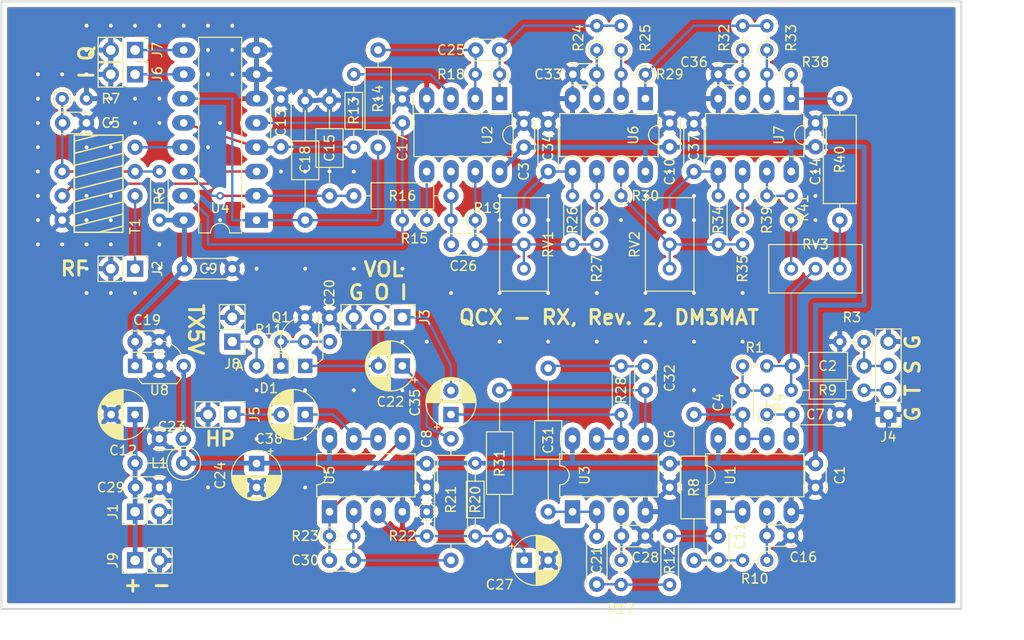
<source format=kicad_pcb>
(kicad_pcb (version 20171130) (host pcbnew "(5.0.1-3-g963ef8bb5)")
  (title_block (title "CW TRX 4W") (date 2018-12-05) (rev 1) (company DM3MAT) (comment 1 "based on QCX"))
  (layers (0 F.Cu signal) (31 B.Cu signal) (34 B.Paste user) (35 F.Paste user) (36 B.SilkS user) (37 F.SilkS user) (38 B.Mask user) (39 F.Mask user) (44 Edge.Cuts user))
  (net 0 "")
  (net 1 +12V)
  (net 2 GND)
  (net 3 AF)
  (net 4 "Net-(C4-Pad2)")
  (net 5 "Net-(C4-Pad1)")
  (net 6 "Net-(C5-Pad2)")
  (net 7 "Net-(C7-Pad2)")
  (net 8 +5V)
  (net 9 "Net-(C11-Pad2)")
  (net 10 "Net-(C11-Pad1)")
  (net 11 "Net-(C13-Pad1)")
  (net 12 "Net-(C15-Pad1)")
  (net 13 "Net-(C16-Pad2)")
  (net 14 "Net-(C17-Pad1)")
  (net 15 "Net-(C18-Pad1)")
  (net 16 "Net-(C20-Pad2)")
  (net 17 "Net-(C21-Pad2)")
  (net 18 "Net-(C21-Pad1)")
  (net 19 VOL_B)
  (net 20 "Net-(C22-Pad1)")
  (net 21 "Net-(C25-Pad2)")
  (net 22 "Net-(C25-Pad1)")
  (net 23 "Net-(C26-Pad1)")
  (net 24 "Net-(C26-Pad2)")
  (net 25 "Net-(C28-Pad2)")
  (net 26 "Net-(C30-Pad1)")
  (net 27 "Net-(C30-Pad2)")
  (net 28 "Net-(C31-Pad1)")
  (net 29 "Net-(C32-Pad1)")
  (net 30 "Net-(C33-Pad2)")
  (net 31 "Net-(C34-Pad2)")
  (net 32 VOL_A)
  (net 33 "Net-(C35-Pad1)")
  (net 34 "Net-(C36-Pad2)")
  (net 35 "Net-(C37-Pad2)")
  (net 36 HP)
  (net 37 TX)
  (net 38 RX)
  (net 39 SIDE)
  (net 40 SMETER)
  (net 41 OSC_I)
  (net 42 OSC_Q)
  (net 43 "Net-(R13-Pad1)")
  (net 44 "Net-(R15-Pad1)")
  (net 45 "Net-(R25-Pad1)")
  (net 46 "Net-(R27-Pad1)")
  (net 47 "Net-(R29-Pad1)")
  (net 48 "Net-(R30-Pad1)")
  (net 49 "Net-(R33-Pad1)")
  (net 50 "Net-(R35-Pad1)")
  (net 51 "Net-(R38-Pad1)")
  (net 52 "Net-(R39-Pad1)")
  (net 53 "Net-(R40-Pad1)")
  (net 54 "Net-(R41-Pad1)")
  (net 55 "Net-(T1-Pad3)")
  (net 56 "Net-(T1-Pad6)")
  (net 57 +6V)
  (net 58 "Net-(C38-Pad1)")
  (net 59 "Net-(C12-Pad1)")
  (module Capacitor_THT:CP_Radial_D5.0mm_P2.50mm (layer F.Cu) (at 129.54 105.41 180)
    (fp_text reference C38 (at 3.77 -2.54 180) (layer F.SilkS))
    (fp_text value 10u)
    (pad 1 thru_hole rect (at 0 0 180) (size 1.6 1.6) (drill 0.8) (layers *.Cu *.Mask) (net 58 "Net-(C38-Pad1)"))
    (pad 2 thru_hole circle (at 2.5 0 180) (size 1.6 1.6) (drill 0.8) (layers *.Cu *.Mask) (net 36 HP))
  )
  (module Capacitor_THT:CP_Radial_D5.0mm_P2.50mm (layer F.Cu) (at 139.7 100.33 180)
    (fp_text reference C22 (at 1.25 -3.75 180) (layer F.SilkS))
    (fp_text value 10u)
    (pad 2 thru_hole circle (at 2.5 0 180) (size 1.6 1.6) (drill 0.8) (layers *.Cu *.Mask) (net 19 VOL_B))
    (pad 1 thru_hole rect (at 0 0 180) (size 1.6 1.6) (drill 0.8) (layers *.Cu *.Mask) (net 20 "Net-(C22-Pad1)"))
  )
  (module Capacitor_THT:CP_Radial_D5.0mm_P2.50mm (layer F.Cu) (at 124.46 110.53 270)
    (fp_text reference C24 (at 1.25 3.81 270) (layer F.SilkS))
    (fp_text value 10u)
    (pad 1 thru_hole rect (at 0 0 270) (size 1.6 1.6) (drill 0.8) (layers *.Cu *.Mask) (net 1 +12V))
    (pad 2 thru_hole circle (at 2.5 0 270) (size 1.6 1.6) (drill 0.8) (layers *.Cu *.Mask) (net 2 GND))
  )
  (module Capacitor_THT:CP_Radial_D5.0mm_P2.50mm (layer F.Cu) (at 152.44 120.65)
    (fp_text reference C27 (at -2.58 2.54) (layer F.SilkS))
    (fp_text value 10u)
    (pad 1 thru_hole rect (at 0 0) (size 1.6 1.6) (drill 0.8) (layers *.Cu *.Mask) (net 57 +6V))
    (pad 2 thru_hole circle (at 2.5 0) (size 1.6 1.6) (drill 0.8) (layers *.Cu *.Mask) (net 2 GND))
  )
  (module Capacitor_THT:CP_Radial_D5.0mm_P2.50mm (layer F.Cu) (at 144.78 105.41 90)
    (fp_text reference C35 (at 1.25 -3.75 90) (layer F.SilkS))
    (fp_text value 10u)
    (pad 2 thru_hole circle (at 2.5 0 90) (size 1.6 1.6) (drill 0.8) (layers *.Cu *.Mask) (net 32 VOL_A))
    (pad 1 thru_hole rect (at 0 0 90) (size 1.6 1.6) (drill 0.8) (layers *.Cu *.Mask) (net 33 "Net-(C35-Pad1)"))
  )
  (module Connector_PinHeader_2.54mm:PinHeader_1x02_P2.54mm_Vertical (layer F.Cu) (at 111.76 115.57 90)
    (fp_text reference J1 (at 0 -2.33 90) (layer F.SilkS))
    (fp_text value 12V)
    (pad 2 thru_hole oval (at 0 2.54 90) (size 1.7 1.7) (drill 1) (layers *.Cu *.Mask) (net 2 GND))
    (pad 1 thru_hole rect (at 0 0 90) (size 1.7 1.7) (drill 1) (layers *.Cu *.Mask) (net 59 "Net-(C12-Pad1)"))
  )
  (module Connector_PinHeader_2.54mm:PinHeader_1x02_P2.54mm_Vertical (layer F.Cu) (at 111.76 90.17 270)
    (fp_text reference J2 (at 0 -2.33 270) (layer F.SilkS))
    (fp_text value HF)
    (pad 1 thru_hole rect (at 0 0 270) (size 1.7 1.7) (drill 1) (layers *.Cu *.Mask) (net 38 RX))
    (pad 2 thru_hole oval (at 0 2.54 270) (size 1.7 1.7) (drill 1) (layers *.Cu *.Mask) (net 2 GND))
  )
  (module Connector_PinHeader_2.54mm:PinHeader_1x03_P2.54mm_Vertical (layer F.Cu) (at 139.7 95.25 270)
    (fp_text reference J3 (at 0 -2.33 270) (layer F.SilkS))
    (fp_text value Volume)
    (pad 3 thru_hole oval (at 0 5.08 270) (size 1.7 1.7) (drill 1) (layers *.Cu *.Mask) (net 2 GND))
    (pad 2 thru_hole oval (at 0 2.54 270) (size 1.7 1.7) (drill 1) (layers *.Cu *.Mask) (net 19 VOL_B))
    (pad 1 thru_hole rect (at 0 0 270) (size 1.7 1.7) (drill 1) (layers *.Cu *.Mask) (net 32 VOL_A))
  )
  (module Connector_PinHeader_2.54mm:PinHeader_1x02_P2.54mm_Vertical (layer F.Cu) (at 111.76 69.85 270)
    (fp_text reference J6 (at 0 -2.33 270) (layer F.SilkS))
    (fp_text value OSC-I)
    (pad 2 thru_hole oval (at 0 2.54 270) (size 1.7 1.7) (drill 1) (layers *.Cu *.Mask) (net 2 GND))
    (pad 1 thru_hole rect (at 0 0 270) (size 1.7 1.7) (drill 1) (layers *.Cu *.Mask) (net 41 OSC_I))
  )
  (module Connector_PinHeader_2.54mm:PinHeader_1x02_P2.54mm_Vertical (layer F.Cu) (at 111.76 67.31 270)
    (fp_text reference J7 (at 0 -2.33 270) (layer F.SilkS))
    (fp_text value OSC-Q)
    (pad 1 thru_hole rect (at 0 0 270) (size 1.7 1.7) (drill 1) (layers *.Cu *.Mask) (net 42 OSC_Q))
    (pad 2 thru_hole oval (at 0 2.54 270) (size 1.7 1.7) (drill 1) (layers *.Cu *.Mask) (net 2 GND))
  )
  (module Resistor_THT:R_Axial_DIN0204_L3.6mm_D1.6mm_P2.54mm_Vertical (layer F.Cu) (at 175.26 100.33)
    (fp_text reference R1 (at 1.27 -1.92) (layer F.SilkS))
    (fp_text value 30k)
    (pad 1 thru_hole circle (at 0 0) (size 1.4 1.4) (drill 0.7) (layers *.Cu *.Mask) (net 4 "Net-(C4-Pad2)"))
    (pad 2 thru_hole oval (at 2.54 0) (size 1.4 1.4) (drill 0.7) (layers *.Cu *.Mask) (net 3 AF))
  )
  (module Resistor_THT:R_Axial_DIN0204_L3.6mm_D1.6mm_P2.54mm_Vertical (layer F.Cu) (at 187.96 97.79 180)
    (fp_text reference R3 (at 1.27 2.54 180) (layer F.SilkS))
    (fp_text value 10k)
    (pad 2 thru_hole oval (at 2.54 0 180) (size 1.4 1.4) (drill 0.7) (layers *.Cu *.Mask) (net 2 GND))
    (pad 1 thru_hole circle (at 0 0 180) (size 1.4 1.4) (drill 0.7) (layers *.Cu *.Mask) (net 40 SMETER))
  )
  (module Resistor_THT:R_Axial_DIN0204_L3.6mm_D1.6mm_P2.54mm_Vertical (layer F.Cu) (at 177.8 105.41 90)
    (fp_text reference R4 (at 1.27 1.27 90) (layer F.SilkS))
    (fp_text value 30k)
    (pad 1 thru_hole circle (at 0 0 90) (size 1.4 1.4) (drill 0.7) (layers *.Cu *.Mask) (net 7 "Net-(C7-Pad2)"))
    (pad 2 thru_hole oval (at 2.54 0 90) (size 1.4 1.4) (drill 0.7) (layers *.Cu *.Mask) (net 4 "Net-(C4-Pad2)"))
  )
  (module Resistor_THT:R_Axial_DIN0204_L3.6mm_D1.6mm_P2.54mm_Vertical (layer F.Cu) (at 104.14 72.39)
    (fp_text reference R7 (at 5.08 0) (layer F.SilkS))
    (fp_text value 10k)
    (pad 1 thru_hole circle (at 0 0) (size 1.4 1.4) (drill 0.7) (layers *.Cu *.Mask) (net 6 "Net-(C5-Pad2)"))
    (pad 2 thru_hole oval (at 2.54 0) (size 1.4 1.4) (drill 0.7) (layers *.Cu *.Mask) (net 2 GND))
  )
  (module Resistor_THT:R_Axial_DIN0204_L3.6mm_D1.6mm_P2.54mm_Vertical (layer F.Cu) (at 177.8 120.65 180)
    (fp_text reference R10 (at 1.27 -1.92 180) (layer F.SilkS))
    (fp_text value 33k)
    (pad 2 thru_hole oval (at 2.54 0 180) (size 1.4 1.4) (drill 0.7) (layers *.Cu *.Mask) (net 9 "Net-(C11-Pad2)"))
    (pad 1 thru_hole circle (at 0 0 180) (size 1.4 1.4) (drill 0.7) (layers *.Cu *.Mask) (net 13 "Net-(C16-Pad2)"))
  )
  (module Resistor_THT:R_Axial_DIN0204_L3.6mm_D1.6mm_P2.54mm_Vertical (layer F.Cu) (at 127 97.79 180)
    (fp_text reference R11 (at 1.27 1.27 180) (layer F.SilkS))
    (fp_text value 120k)
    (pad 1 thru_hole circle (at 0 0 180) (size 1.4 1.4) (drill 0.7) (layers *.Cu *.Mask) (net 16 "Net-(C20-Pad2)"))
    (pad 2 thru_hole oval (at 2.54 0 180) (size 1.4 1.4) (drill 0.7) (layers *.Cu *.Mask) (net 37 TX))
  )
  (module Resistor_THT:R_Axial_DIN0204_L3.6mm_D1.6mm_P2.54mm_Vertical (layer F.Cu) (at 162.56 120.65 270)
    (fp_text reference R17 (at 5.08 0) (layer F.SilkS))
    (fp_text value 36k)
    (pad 1 thru_hole circle (at 0 0 270) (size 1.4 1.4) (drill 0.7) (layers *.Cu *.Mask) (net 25 "Net-(C28-Pad2)"))
    (pad 2 thru_hole oval (at 2.54 0 270) (size 1.4 1.4) (drill 0.7) (layers *.Cu *.Mask) (net 17 "Net-(C21-Pad2)"))
  )
  (module Resistor_THT:R_Axial_DIN0204_L3.6mm_D1.6mm_P2.54mm_Vertical (layer F.Cu) (at 149.86 69.85 180)
    (fp_text reference R18 (at 5.08 0 180) (layer F.SilkS))
    (fp_text value 10k)
    (pad 1 thru_hole circle (at 0 0 180) (size 1.4 1.4) (drill 0.7) (layers *.Cu *.Mask) (net 22 "Net-(C25-Pad1)"))
    (pad 2 thru_hole oval (at 2.54 0 180) (size 1.4 1.4) (drill 0.7) (layers *.Cu *.Mask) (net 21 "Net-(C25-Pad2)"))
  )
  (module Resistor_THT:R_Axial_DIN0204_L3.6mm_D1.6mm_P2.54mm_Vertical (layer F.Cu) (at 147.32 85.09 180)
    (fp_text reference R19 (at -1.27 1.27 180) (layer F.SilkS))
    (fp_text value 10k)
    (pad 1 thru_hole circle (at 0 0 180) (size 1.4 1.4) (drill 0.7) (layers *.Cu *.Mask) (net 23 "Net-(C26-Pad1)"))
    (pad 2 thru_hole oval (at 2.54 0 180) (size 1.4 1.4) (drill 0.7) (layers *.Cu *.Mask) (net 24 "Net-(C26-Pad2)"))
  )
  (module Resistor_THT:R_Axial_DIN0204_L3.6mm_D1.6mm_P2.54mm_Vertical (layer F.Cu) (at 142.24 115.57 270)
    (fp_text reference R22 (at 2.54 2.54) (layer F.SilkS))
    (fp_text value 4.7k)
    (pad 2 thru_hole oval (at 2.54 0 270) (size 1.4 1.4) (drill 0.7) (layers *.Cu *.Mask) (net 57 +6V))
    (pad 1 thru_hole circle (at 0 0 270) (size 1.4 1.4) (drill 0.7) (layers *.Cu *.Mask) (net 2 GND))
  )
  (module Resistor_THT:R_Axial_DIN0204_L3.6mm_D1.6mm_P2.54mm_Vertical (layer F.Cu) (at 132.08 118.11)
    (fp_text reference R23 (at -2.54 0) (layer F.SilkS))
    (fp_text value 10k)
    (pad 2 thru_hole oval (at 2.54 0) (size 1.4 1.4) (drill 0.7) (layers *.Cu *.Mask) (net 27 "Net-(C30-Pad2)"))
    (pad 1 thru_hole circle (at 0 0) (size 1.4 1.4) (drill 0.7) (layers *.Cu *.Mask) (net 26 "Net-(C30-Pad1)"))
  )
  (module Resistor_THT:R_Axial_DIN0204_L3.6mm_D1.6mm_P2.54mm_Vertical (layer F.Cu) (at 162.56 67.31 90)
    (fp_text reference R25 (at 1.27 2.54 270) (layer F.SilkS))
    (fp_text value 3.3k)
    (pad 2 thru_hole oval (at 2.54 0 90) (size 1.4 1.4) (drill 0.7) (layers *.Cu *.Mask) (net 22 "Net-(C25-Pad1)"))
    (pad 1 thru_hole circle (at 0 0 90) (size 1.4 1.4) (drill 0.7) (layers *.Cu *.Mask) (net 45 "Net-(R25-Pad1)"))
  )
  (module Resistor_THT:R_Axial_DIN0204_L3.6mm_D1.6mm_P2.54mm_Vertical (layer F.Cu) (at 160.02 85.09 270)
    (fp_text reference R27 (at 5.08 0 270) (layer F.SilkS))
    (fp_text value 3.3k)
    (pad 1 thru_hole circle (at 0 0 270) (size 1.4 1.4) (drill 0.7) (layers *.Cu *.Mask) (net 46 "Net-(R27-Pad1)"))
    (pad 2 thru_hole oval (at 2.54 0 270) (size 1.4 1.4) (drill 0.7) (layers *.Cu *.Mask) (net 23 "Net-(C26-Pad1)"))
  )
  (module Resistor_THT:R_Axial_DIN0204_L3.6mm_D1.6mm_P2.54mm_Vertical (layer F.Cu) (at 165.1 69.85 180)
    (fp_text reference R29 (at -2.54 0 180) (layer F.SilkS))
    (fp_text value 3.3k)
    (pad 2 thru_hole oval (at 2.54 0 180) (size 1.4 1.4) (drill 0.7) (layers *.Cu *.Mask) (net 45 "Net-(R25-Pad1)"))
    (pad 1 thru_hole circle (at 0 0 180) (size 1.4 1.4) (drill 0.7) (layers *.Cu *.Mask) (net 47 "Net-(R29-Pad1)"))
  )
  (module Resistor_THT:R_Axial_DIN0204_L3.6mm_D1.6mm_P2.54mm_Vertical (layer F.Cu) (at 162.56 82.55 180)
    (fp_text reference R30 (at -2.54 0 180) (layer F.SilkS))
    (fp_text value 3.3k)
    (pad 2 thru_hole oval (at 2.54 0 180) (size 1.4 1.4) (drill 0.7) (layers *.Cu *.Mask) (net 46 "Net-(R27-Pad1)"))
    (pad 1 thru_hole circle (at 0 0 180) (size 1.4 1.4) (drill 0.7) (layers *.Cu *.Mask) (net 48 "Net-(R30-Pad1)"))
  )
  (module Resistor_THT:R_Axial_DIN0204_L3.6mm_D1.6mm_P2.54mm_Vertical (layer F.Cu) (at 175.26 85.09 270)
    (fp_text reference R35 (at 5.08 0 270) (layer F.SilkS))
    (fp_text value 3.3k)
    (pad 2 thru_hole oval (at 2.54 0 270) (size 1.4 1.4) (drill 0.7) (layers *.Cu *.Mask) (net 48 "Net-(R30-Pad1)"))
    (pad 1 thru_hole circle (at 0 0 270) (size 1.4 1.4) (drill 0.7) (layers *.Cu *.Mask) (net 50 "Net-(R35-Pad1)"))
  )
  (module Resistor_THT:R_Axial_DIN0204_L3.6mm_D1.6mm_P2.54mm_Vertical (layer F.Cu) (at 180.34 69.85 180)
    (fp_text reference R38 (at -2.54 1.27 180) (layer F.SilkS))
    (fp_text value 3.3k)
    (pad 2 thru_hole oval (at 2.54 0 180) (size 1.4 1.4) (drill 0.7) (layers *.Cu *.Mask) (net 49 "Net-(R33-Pad1)"))
    (pad 1 thru_hole circle (at 0 0 180) (size 1.4 1.4) (drill 0.7) (layers *.Cu *.Mask) (net 51 "Net-(R38-Pad1)"))
  )
  (module Resistor_THT:R_Axial_DIN0204_L3.6mm_D1.6mm_P2.54mm_Vertical (layer F.Cu) (at 177.8 82.55 180)
    (fp_text reference R39 (at 0 -2.54 270) (layer F.SilkS))
    (fp_text value 3.3k)
    (pad 1 thru_hole circle (at 0 0 180) (size 1.4 1.4) (drill 0.7) (layers *.Cu *.Mask) (net 52 "Net-(R39-Pad1)"))
    (pad 2 thru_hole oval (at 2.54 0 180) (size 1.4 1.4) (drill 0.7) (layers *.Cu *.Mask) (net 50 "Net-(R35-Pad1)"))
  )
  (module Resistor_THT:R_Axial_DIN0204_L3.6mm_D1.6mm_P2.54mm_Vertical (layer F.Cu) (at 180.34 85.09 90)
    (fp_text reference R41 (at 1.27 1.27 90) (layer F.SilkS))
    (fp_text value 1k)
    (pad 2 thru_hole oval (at 2.54 0 90) (size 1.4 1.4) (drill 0.7) (layers *.Cu *.Mask) (net 52 "Net-(R39-Pad1)"))
    (pad 1 thru_hole circle (at 0 0 90) (size 1.4 1.4) (drill 0.7) (layers *.Cu *.Mask) (net 54 "Net-(R41-Pad1)"))
  )
  (module Potentiometer_THT:Potentiometer_Bourns_3296W_Vertical (layer F.Cu) (at 152.4 85.09 90)
    (fp_text reference RV1 (at -2.54 2.54 90) (layer F.SilkS))
    (fp_text value 50k)
    (pad 1 thru_hole circle (at 0 0 90) (size 1.44 1.44) (drill 0.8) (layers *.Cu *.Mask) (net 31 "Net-(C34-Pad2)"))
    (pad 2 thru_hole circle (at -2.54 0 90) (size 1.44 1.44) (drill 0.8) (layers *.Cu *.Mask) (net 23 "Net-(C26-Pad1)"))
    (pad 3 thru_hole circle (at -5.08 0 90) (size 1.44 1.44) (drill 0.8) (layers *.Cu *.Mask) (net 23 "Net-(C26-Pad1)"))
  )
  (module Potentiometer_THT:Potentiometer_Bourns_3296W_Vertical (layer F.Cu) (at 167.64 85.09 90)
    (fp_text reference RV2 (at -2.54 -3.66 90) (layer F.SilkS))
    (fp_text value 50k)
    (pad 3 thru_hole circle (at -5.08 0 90) (size 1.44 1.44) (drill 0.8) (layers *.Cu *.Mask) (net 48 "Net-(R30-Pad1)"))
    (pad 2 thru_hole circle (at -2.54 0 90) (size 1.44 1.44) (drill 0.8) (layers *.Cu *.Mask) (net 48 "Net-(R30-Pad1)"))
    (pad 1 thru_hole circle (at 0 0 90) (size 1.44 1.44) (drill 0.8) (layers *.Cu *.Mask) (net 35 "Net-(C37-Pad2)"))
  )
  (module Potentiometer_THT:Potentiometer_Bourns_3296W_Vertical (layer F.Cu) (at 185.42 90.17)
    (fp_text reference RV3 (at -2.54 -2.54) (layer F.SilkS))
    (fp_text value 500)
    (pad 1 thru_hole circle (at 0 0) (size 1.44 1.44) (drill 0.8) (layers *.Cu *.Mask) (net 53 "Net-(R40-Pad1)"))
    (pad 2 thru_hole circle (at -2.54 0) (size 1.44 1.44) (drill 0.8) (layers *.Cu *.Mask) (net 3 AF))
    (pad 3 thru_hole circle (at -5.08 0) (size 1.44 1.44) (drill 0.8) (layers *.Cu *.Mask) (net 54 "Net-(R41-Pad1)"))
  )
  (module Package_DIP:DIP-8_W7.62mm_LongPads (layer F.Cu) (at 172.72 115.57 90)
    (fp_text reference U1 (at 3.81 1.27 90) (layer F.SilkS))
    (fp_text value TL072)
    (pad 1 thru_hole rect (at 0 0 90) (size 2.4 1.6) (drill 0.8) (layers *.Cu *.Mask) (net 10 "Net-(C11-Pad1)"))
    (pad 5 thru_hole oval (at 7.62 7.62 90) (size 2.4 1.6) (drill 0.8) (layers *.Cu *.Mask) (net 7 "Net-(C7-Pad2)"))
    (pad 2 thru_hole oval (at 0 2.54 90) (size 2.4 1.6) (drill 0.8) (layers *.Cu *.Mask) (net 10 "Net-(C11-Pad1)"))
    (pad 6 thru_hole oval (at 7.62 5.08 90) (size 2.4 1.6) (drill 0.8) (layers *.Cu *.Mask) (net 5 "Net-(C4-Pad1)"))
    (pad 3 thru_hole oval (at 0 5.08 90) (size 2.4 1.6) (drill 0.8) (layers *.Cu *.Mask) (net 13 "Net-(C16-Pad2)"))
    (pad 7 thru_hole oval (at 7.62 2.54 90) (size 2.4 1.6) (drill 0.8) (layers *.Cu *.Mask) (net 5 "Net-(C4-Pad1)"))
    (pad 4 thru_hole oval (at 0 7.62 90) (size 2.4 1.6) (drill 0.8) (layers *.Cu *.Mask) (net 2 GND))
    (pad 8 thru_hole oval (at 7.62 0 90) (size 2.4 1.6) (drill 0.8) (layers *.Cu *.Mask) (net 1 +12V))
  )
  (module Package_DIP:DIP-8_W7.62mm_LongPads (layer F.Cu) (at 149.86 72.39 270)
    (fp_text reference U2 (at 3.81 1.27 270) (layer F.SilkS))
    (fp_text value TL072)
    (pad 8 thru_hole oval (at 7.62 0 270) (size 2.4 1.6) (drill 0.8) (layers *.Cu *.Mask) (net 1 +12V))
    (pad 4 thru_hole oval (at 0 7.62 270) (size 2.4 1.6) (drill 0.8) (layers *.Cu *.Mask) (net 2 GND))
    (pad 7 thru_hole oval (at 7.62 2.54 270) (size 2.4 1.6) (drill 0.8) (layers *.Cu *.Mask) (net 23 "Net-(C26-Pad1)"))
    (pad 3 thru_hole oval (at 0 5.08 270) (size 2.4 1.6) (drill 0.8) (layers *.Cu *.Mask) (net 43 "Net-(R13-Pad1)"))
    (pad 6 thru_hole oval (at 7.62 5.08 270) (size 2.4 1.6) (drill 0.8) (layers *.Cu *.Mask) (net 24 "Net-(C26-Pad2)"))
    (pad 2 thru_hole oval (at 0 2.54 270) (size 2.4 1.6) (drill 0.8) (layers *.Cu *.Mask) (net 21 "Net-(C25-Pad2)"))
    (pad 5 thru_hole oval (at 7.62 7.62 270) (size 2.4 1.6) (drill 0.8) (layers *.Cu *.Mask) (net 44 "Net-(R15-Pad1)"))
    (pad 1 thru_hole rect (at 0 0 270) (size 2.4 1.6) (drill 0.8) (layers *.Cu *.Mask) (net 22 "Net-(C25-Pad1)"))
  )
  (module Package_DIP:DIP-8_W7.62mm_LongPads (layer F.Cu) (at 157.48 115.57 90)
    (fp_text reference U3 (at 3.81 1.27 90) (layer F.SilkS))
    (fp_text value TL072)
    (pad 8 thru_hole oval (at 7.62 0 90) (size 2.4 1.6) (drill 0.8) (layers *.Cu *.Mask) (net 1 +12V))
    (pad 4 thru_hole oval (at 0 7.62 90) (size 2.4 1.6) (drill 0.8) (layers *.Cu *.Mask) (net 2 GND))
    (pad 7 thru_hole oval (at 7.62 2.54 90) (size 2.4 1.6) (drill 0.8) (layers *.Cu *.Mask) (net 33 "Net-(C35-Pad1)"))
    (pad 3 thru_hole oval (at 0 5.08 90) (size 2.4 1.6) (drill 0.8) (layers *.Cu *.Mask) (net 25 "Net-(C28-Pad2)"))
    (pad 6 thru_hole oval (at 7.62 5.08 90) (size 2.4 1.6) (drill 0.8) (layers *.Cu *.Mask) (net 33 "Net-(C35-Pad1)"))
    (pad 2 thru_hole oval (at 0 2.54 90) (size 2.4 1.6) (drill 0.8) (layers *.Cu *.Mask) (net 18 "Net-(C21-Pad1)"))
    (pad 5 thru_hole oval (at 7.62 7.62 90) (size 2.4 1.6) (drill 0.8) (layers *.Cu *.Mask) (net 29 "Net-(C32-Pad1)"))
    (pad 1 thru_hole rect (at 0 0 90) (size 2.4 1.6) (drill 0.8) (layers *.Cu *.Mask) (net 18 "Net-(C21-Pad1)"))
  )
  (module Package_DIP:DIP-16_W7.62mm_LongPads (layer F.Cu) (at 124.46 85.09 180)
    (fp_text reference U4 (at 3.81 1.27 180) (layer F.SilkS))
    (fp_text value 4052)
    (pad 1 thru_hole rect (at 0 0 180) (size 2.4 1.6) (drill 0.8) (layers *.Cu *.Mask) (net 15 "Net-(C18-Pad1)"))
    (pad 9 thru_hole oval (at 7.62 17.78 180) (size 2.4 1.6) (drill 0.8) (layers *.Cu *.Mask) (net 42 OSC_Q))
    (pad 2 thru_hole oval (at 0 2.54 180) (size 2.4 1.6) (drill 0.8) (layers *.Cu *.Mask) (net 12 "Net-(C15-Pad1)"))
    (pad 10 thru_hole oval (at 7.62 15.24 180) (size 2.4 1.6) (drill 0.8) (layers *.Cu *.Mask) (net 41 OSC_I))
    (pad 3 thru_hole oval (at 0 5.08 180) (size 2.4 1.6) (drill 0.8) (layers *.Cu *.Mask) (net 55 "Net-(T1-Pad3)"))
    (pad 11 thru_hole oval (at 7.62 12.7 180) (size 2.4 1.6) (drill 0.8) (layers *.Cu *.Mask) (net 15 "Net-(C18-Pad1)"))
    (pad 4 thru_hole oval (at 0 7.62 180) (size 2.4 1.6) (drill 0.8) (layers *.Cu *.Mask) (net 11 "Net-(C13-Pad1)"))
    (pad 12 thru_hole oval (at 7.62 10.16 180) (size 2.4 1.6) (drill 0.8) (layers *.Cu *.Mask) (net 11 "Net-(C13-Pad1)"))
    (pad 5 thru_hole oval (at 0 10.16 180) (size 2.4 1.6) (drill 0.8) (layers *.Cu *.Mask) (net 14 "Net-(C17-Pad1)"))
    (pad 13 thru_hole oval (at 7.62 7.62 180) (size 2.4 1.6) (drill 0.8) (layers *.Cu *.Mask) (net 56 "Net-(T1-Pad6)"))
    (pad 6 thru_hole oval (at 0 12.7 180) (size 2.4 1.6) (drill 0.8) (layers *.Cu *.Mask) (net 2 GND))
    (pad 14 thru_hole oval (at 7.62 5.08 180) (size 2.4 1.6) (drill 0.8) (layers *.Cu *.Mask) (net 12 "Net-(C15-Pad1)"))
    (pad 7 thru_hole oval (at 0 15.24 180) (size 2.4 1.6) (drill 0.8) (layers *.Cu *.Mask) (net 2 GND))
    (pad 15 thru_hole oval (at 7.62 2.54 180) (size 2.4 1.6) (drill 0.8) (layers *.Cu *.Mask) (net 14 "Net-(C17-Pad1)"))
    (pad 8 thru_hole oval (at 0 17.78 180) (size 2.4 1.6) (drill 0.8) (layers *.Cu *.Mask) (net 2 GND))
    (pad 16 thru_hole oval (at 7.62 0 180) (size 2.4 1.6) (drill 0.8) (layers *.Cu *.Mask) (net 8 +5V))
  )
  (module Package_DIP:DIP-8_W7.62mm_LongPads (layer F.Cu) (at 132.08 115.57 90)
    (fp_text reference U5 (at 3.81 0 90) (layer F.SilkS))
    (fp_text value TL072)
    (pad 1 thru_hole rect (at 0 0 90) (size 2.4 1.6) (drill 0.8) (layers *.Cu *.Mask) (net 26 "Net-(C30-Pad1)"))
    (pad 5 thru_hole oval (at 7.62 7.62 90) (size 2.4 1.6) (drill 0.8) (layers *.Cu *.Mask) (net 26 "Net-(C30-Pad1)"))
    (pad 2 thru_hole oval (at 0 2.54 90) (size 2.4 1.6) (drill 0.8) (layers *.Cu *.Mask) (net 27 "Net-(C30-Pad2)"))
    (pad 6 thru_hole oval (at 7.62 5.08 90) (size 2.4 1.6) (drill 0.8) (layers *.Cu *.Mask) (net 58 "Net-(C38-Pad1)"))
    (pad 3 thru_hole oval (at 0 5.08 90) (size 2.4 1.6) (drill 0.8) (layers *.Cu *.Mask) (net 57 +6V))
    (pad 7 thru_hole oval (at 7.62 2.54 90) (size 2.4 1.6) (drill 0.8) (layers *.Cu *.Mask) (net 58 "Net-(C38-Pad1)"))
    (pad 4 thru_hole oval (at 0 7.62 90) (size 2.4 1.6) (drill 0.8) (layers *.Cu *.Mask) (net 2 GND))
    (pad 8 thru_hole oval (at 7.62 0 90) (size 2.4 1.6) (drill 0.8) (layers *.Cu *.Mask) (net 1 +12V))
  )
  (module Package_DIP:DIP-8_W7.62mm_LongPads (layer F.Cu) (at 165.1 72.39 270)
    (fp_text reference U6 (at 3.81 1.27 270) (layer F.SilkS))
    (fp_text value TL072)
    (pad 1 thru_hole rect (at 0 0 270) (size 2.4 1.6) (drill 0.8) (layers *.Cu *.Mask) (net 47 "Net-(R29-Pad1)"))
    (pad 5 thru_hole oval (at 7.62 7.62 270) (size 2.4 1.6) (drill 0.8) (layers *.Cu *.Mask) (net 31 "Net-(C34-Pad2)"))
    (pad 2 thru_hole oval (at 0 2.54 270) (size 2.4 1.6) (drill 0.8) (layers *.Cu *.Mask) (net 45 "Net-(R25-Pad1)"))
    (pad 6 thru_hole oval (at 7.62 5.08 270) (size 2.4 1.6) (drill 0.8) (layers *.Cu *.Mask) (net 46 "Net-(R27-Pad1)"))
    (pad 3 thru_hole oval (at 0 5.08 270) (size 2.4 1.6) (drill 0.8) (layers *.Cu *.Mask) (net 30 "Net-(C33-Pad2)"))
    (pad 7 thru_hole oval (at 7.62 2.54 270) (size 2.4 1.6) (drill 0.8) (layers *.Cu *.Mask) (net 48 "Net-(R30-Pad1)"))
    (pad 4 thru_hole oval (at 0 7.62 270) (size 2.4 1.6) (drill 0.8) (layers *.Cu *.Mask) (net 2 GND))
    (pad 8 thru_hole oval (at 7.62 0 270) (size 2.4 1.6) (drill 0.8) (layers *.Cu *.Mask) (net 1 +12V))
  )
  (module Package_DIP:DIP-8_W7.62mm_LongPads (layer F.Cu) (at 180.34 72.39 270)
    (fp_text reference U7 (at 3.81 1.27 270) (layer F.SilkS))
    (fp_text value TL072)
    (pad 8 thru_hole oval (at 7.62 0 270) (size 2.4 1.6) (drill 0.8) (layers *.Cu *.Mask) (net 1 +12V))
    (pad 4 thru_hole oval (at 0 7.62 270) (size 2.4 1.6) (drill 0.8) (layers *.Cu *.Mask) (net 2 GND))
    (pad 7 thru_hole oval (at 7.62 2.54 270) (size 2.4 1.6) (drill 0.8) (layers *.Cu *.Mask) (net 52 "Net-(R39-Pad1)"))
    (pad 3 thru_hole oval (at 0 5.08 270) (size 2.4 1.6) (drill 0.8) (layers *.Cu *.Mask) (net 34 "Net-(C36-Pad2)"))
    (pad 6 thru_hole oval (at 7.62 5.08 270) (size 2.4 1.6) (drill 0.8) (layers *.Cu *.Mask) (net 50 "Net-(R35-Pad1)"))
    (pad 2 thru_hole oval (at 0 2.54 270) (size 2.4 1.6) (drill 0.8) (layers *.Cu *.Mask) (net 49 "Net-(R33-Pad1)"))
    (pad 5 thru_hole oval (at 7.62 7.62 270) (size 2.4 1.6) (drill 0.8) (layers *.Cu *.Mask) (net 35 "Net-(C37-Pad2)"))
    (pad 1 thru_hole rect (at 0 0 270) (size 2.4 1.6) (drill 0.8) (layers *.Cu *.Mask) (net 51 "Net-(R38-Pad1)"))
  )
  (module Resistor_THT:R_Axial_DIN0204_L3.6mm_D1.6mm_P2.54mm_Vertical (layer F.Cu) (at 160.02 67.31 90)
    (fp_text reference R24 (at 1.27 -1.92 90) (layer F.SilkS))
    (fp_text value 5.1k)
    (pad 2 thru_hole oval (at 2.54 0 90) (size 1.4 1.4) (drill 0.7) (layers *.Cu *.Mask) (net 22 "Net-(C25-Pad1)"))
    (pad 1 thru_hole circle (at 0 0 90) (size 1.4 1.4) (drill 0.7) (layers *.Cu *.Mask) (net 30 "Net-(C33-Pad2)"))
  )
  (module Resistor_THT:R_Axial_DIN0204_L3.6mm_D1.6mm_P5.08mm_Horizontal (layer F.Cu) (at 157.48 82.55 270)
    (fp_text reference R26 (at 2.54 0 270) (layer F.SilkS))
    (fp_text value 10k)
    (pad 2 thru_hole oval (at 5.08 0 270) (size 1.4 1.4) (drill 0.7) (layers *.Cu *.Mask) (net 23 "Net-(C26-Pad1)"))
    (pad 1 thru_hole circle (at 0 0 270) (size 1.4 1.4) (drill 0.7) (layers *.Cu *.Mask) (net 31 "Net-(C34-Pad2)"))
  )
  (module Resistor_THT:R_Axial_DIN0204_L3.6mm_D1.6mm_P5.08mm_Horizontal (layer F.Cu) (at 172.72 82.55 270)
    (fp_text reference R34 (at 2.54 0 270) (layer F.SilkS))
    (fp_text value 7.5k)
    (pad 1 thru_hole circle (at 0 0 270) (size 1.4 1.4) (drill 0.7) (layers *.Cu *.Mask) (net 35 "Net-(C37-Pad2)"))
    (pad 2 thru_hole oval (at 5.08 0 270) (size 1.4 1.4) (drill 0.7) (layers *.Cu *.Mask) (net 48 "Net-(R30-Pad1)"))
  )
  (module Resistor_THT:R_Axial_DIN0204_L3.6mm_D1.6mm_P7.62mm_Horizontal (layer F.Cu) (at 134.62 69.85 270)
    (fp_text reference R13 (at 3.81 0 270) (layer F.SilkS))
    (fp_text value 100)
    (pad 1 thru_hole circle (at 0 0 270) (size 1.4 1.4) (drill 0.7) (layers *.Cu *.Mask) (net 43 "Net-(R13-Pad1)"))
    (pad 2 thru_hole oval (at 7.62 0 270) (size 1.4 1.4) (drill 0.7) (layers *.Cu *.Mask) (net 11 "Net-(C13-Pad1)"))
  )
  (module Resistor_THT:R_Axial_DIN0309_L9.0mm_D3.2mm_P12.70mm_Horizontal (layer F.Cu) (at 185.42 85.09 90)
    (fp_text reference R40 (at 6.35 0 90) (layer F.SilkS))
    (fp_text value 1k)
    (pad 1 thru_hole circle (at 0 0 90) (size 1.6 1.6) (drill 0.8) (layers *.Cu *.Mask) (net 53 "Net-(R40-Pad1)"))
    (pad 2 thru_hole oval (at 12.7 0 90) (size 1.6 1.6) (drill 0.8) (layers *.Cu *.Mask) (net 51 "Net-(R38-Pad1)"))
  )
  (module Resistor_THT:R_Axial_DIN0207_L6.3mm_D2.5mm_P15.24mm_Horizontal (layer F.Cu) (at 170.18 120.65 90)
    (fp_text reference R8 (at 7.62 0 90) (layer F.SilkS))
    (fp_text value 33k)
    (pad 1 thru_hole circle (at 0 0 90) (size 1.6 1.6) (drill 0.8) (layers *.Cu *.Mask) (net 9 "Net-(C11-Pad2)"))
    (pad 2 thru_hole oval (at 15.24 0 90) (size 1.6 1.6) (drill 0.8) (layers *.Cu *.Mask) (net 5 "Net-(C4-Pad1)"))
  )
  (module Resistor_THT:R_Axial_DIN0204_L3.6mm_D1.6mm_P5.08mm_Horizontal (layer F.Cu) (at 162.56 105.41 90)
    (fp_text reference R28 (at 2.54 0 90) (layer F.SilkS))
    (fp_text value 10k)
    (pad 1 thru_hole circle (at 0 0 90) (size 1.4 1.4) (drill 0.7) (layers *.Cu *.Mask) (net 33 "Net-(C35-Pad1)"))
    (pad 2 thru_hole oval (at 5.08 0 90) (size 1.4 1.4) (drill 0.7) (layers *.Cu *.Mask) (net 28 "Net-(C31-Pad1)"))
  )
  (module Resistor_THT:R_Axial_DIN0204_L3.6mm_D1.6mm_P5.08mm_Horizontal (layer F.Cu) (at 167.64 123.19 90)
    (fp_text reference R12 (at 2.54 0 90) (layer F.SilkS))
    (fp_text value 36k)
    (pad 1 thru_hole circle (at 0 0 90) (size 1.4 1.4) (drill 0.7) (layers *.Cu *.Mask) (net 17 "Net-(C21-Pad2)"))
    (pad 2 thru_hole oval (at 5.08 0 90) (size 1.4 1.4) (drill 0.7) (layers *.Cu *.Mask) (net 10 "Net-(C11-Pad1)"))
  )
  (module Resistor_THT:R_Axial_DIN0204_L3.6mm_D1.6mm_P7.62mm_Horizontal (layer F.Cu) (at 147.32 110.49 270)
    (fp_text reference R20 (at 3.81 0 270) (layer F.SilkS))
    (fp_text value 4.7k)
    (pad 1 thru_hole circle (at 0 0 270) (size 1.4 1.4) (drill 0.7) (layers *.Cu *.Mask) (net 1 +12V))
    (pad 2 thru_hole oval (at 7.62 0 270) (size 1.4 1.4) (drill 0.7) (layers *.Cu *.Mask) (net 57 +6V))
  )
  (module Resistor_THT:R_Axial_DIN0207_L6.3mm_D2.5mm_P15.24mm_Horizontal (layer F.Cu) (at 149.86 118.11 90)
    (fp_text reference R31 (at 7.62 0 90) (layer F.SilkS))
    (fp_text value 470k)
    (pad 1 thru_hole circle (at 0 0 90) (size 1.6 1.6) (drill 0.8) (layers *.Cu *.Mask) (net 57 +6V))
    (pad 2 thru_hole oval (at 15.24 0 90) (size 1.6 1.6) (drill 0.8) (layers *.Cu *.Mask) (net 29 "Net-(C32-Pad1)"))
  )
  (module Connector_PinHeader_2.54mm:PinHeader_1x02_P2.54mm_Vertical (layer F.Cu) (at 121.92 97.79 180)
    (fp_text reference J8 (at 0 -2.33 180) (layer F.SilkS))
    (fp_text value TX)
    (pad 1 thru_hole rect (at 0 0 180) (size 1.7 1.7) (drill 1) (layers *.Cu *.Mask) (net 37 TX))
    (pad 2 thru_hole oval (at 0 2.54 180) (size 1.7 1.7) (drill 1) (layers *.Cu *.Mask) (net 2 GND))
  )
  (module Package_TO_SOT_THT:TO-92_Inline_Wide (layer F.Cu) (at 129.54 100.33 90)
    (fp_text reference Q1 (at 5.08 -2.54 180) (layer F.SilkS))
    (fp_text value BS170)
    (pad 2 thru_hole circle (at 2.54 0 180) (size 1.5 1.5) (drill 0.8) (layers *.Cu *.Mask) (net 16 "Net-(C20-Pad2)"))
    (pad 3 thru_hole circle (at 5.08 0 180) (size 1.5 1.5) (drill 0.8) (layers *.Cu *.Mask) (net 2 GND))
    (pad 1 thru_hole rect (at 0 0 180) (size 1.5 1.5) (drill 0.8) (layers *.Cu *.Mask) (net 19 VOL_B))
  )
  (module Package_TO_SOT_THT:TO-92_Inline_Wide (layer F.Cu) (at 111.76 100.33)
    (fp_text reference U8 (at 2.54 2.54) (layer F.SilkS))
    (fp_text value L78L05_TO92)
    (pad 1 thru_hole rect (at 0 0 90) (size 1.5 1.5) (drill 0.8) (layers *.Cu *.Mask) (net 8 +5V))
    (pad 3 thru_hole circle (at 5.08 0 90) (size 1.5 1.5) (drill 0.8) (layers *.Cu *.Mask) (net 1 +12V))
    (pad 2 thru_hole circle (at 2.54 0 90) (size 1.5 1.5) (drill 0.8) (layers *.Cu *.Mask) (net 2 GND))
  )
  (module Connector_PinHeader_2.54mm:PinHeader_1x02_P2.54mm_Vertical (layer F.Cu) (at 121.92 105.41 270)
    (fp_text reference J5 (at 0 -2.33 270) (layer F.SilkS))
    (fp_text value HP)
    (pad 1 thru_hole rect (at 0 0 270) (size 1.7 1.7) (drill 1) (layers *.Cu *.Mask) (net 36 HP))
    (pad 2 thru_hole oval (at 0 2.54 270) (size 1.7 1.7) (drill 1) (layers *.Cu *.Mask) (net 2 GND))
  )
  (module Resistor_THT:R_Axial_DIN0309_L9.0mm_D3.2mm_P12.70mm_Horizontal (layer F.Cu) (at 144.78 120.65 90)
    (fp_text reference R21 (at 6.35 0 90) (layer F.SilkS))
    (fp_text value 1k)
    (pad 1 thru_hole circle (at 0 0 90) (size 1.6 1.6) (drill 0.8) (layers *.Cu *.Mask) (net 27 "Net-(C30-Pad2)"))
    (pad 2 thru_hole oval (at 12.7 0 90) (size 1.6 1.6) (drill 0.8) (layers *.Cu *.Mask) (net 20 "Net-(C22-Pad1)"))
  )
  (module Resistor_THT:R_Axial_DIN0204_L3.6mm_D1.6mm_P7.62mm_Horizontal (layer F.Cu) (at 187.96 102.87 180)
    (fp_text reference R9 (at 3.81 0 180) (layer F.SilkS))
    (fp_text value 33k)
    (pad 1 thru_hole circle (at 0 0 180) (size 1.4 1.4) (drill 0.7) (layers *.Cu *.Mask) (net 39 SIDE))
    (pad 2 thru_hole oval (at 7.62 0 180) (size 1.4 1.4) (drill 0.7) (layers *.Cu *.Mask) (net 3 AF))
  )
  (module Resistor_THT:R_Axial_DIN0204_L3.6mm_D1.6mm_P2.54mm_Vertical (layer F.Cu) (at 175.26 67.31 90)
    (fp_text reference R32 (at 1.27 -1.92 90) (layer F.SilkS))
    (fp_text value 4.3k)
    (pad 1 thru_hole circle (at 0 0 90) (size 1.4 1.4) (drill 0.7) (layers *.Cu *.Mask) (net 34 "Net-(C36-Pad2)"))
    (pad 2 thru_hole oval (at 2.54 0 90) (size 1.4 1.4) (drill 0.7) (layers *.Cu *.Mask) (net 47 "Net-(R29-Pad1)"))
  )
  (module Resistor_THT:R_Axial_DIN0204_L3.6mm_D1.6mm_P2.54mm_Vertical (layer F.Cu) (at 177.8 67.31 90)
    (fp_text reference R33 (at 1.27 2.54 90) (layer F.SilkS))
    (fp_text value 3.3k)
    (pad 2 thru_hole oval (at 2.54 0 90) (size 1.4 1.4) (drill 0.7) (layers *.Cu *.Mask) (net 47 "Net-(R29-Pad1)"))
    (pad 1 thru_hole circle (at 0 0 90) (size 1.4 1.4) (drill 0.7) (layers *.Cu *.Mask) (net 49 "Net-(R33-Pad1)"))
  )
  (module Inductor_THT:L_Axial_L7.0mm_D3.3mm_P5.08mm_Vertical_Fastron_MICC (layer F.Cu) (at 116.84 110.49 180)
    (fp_text reference L1 (at 2.54 0 180) (layer F.SilkS))
    (fp_text value 470u)
    (pad 1 thru_hole circle (at 0 0 180) (size 1.6 1.6) (drill 0.8) (layers *.Cu *.Mask) (net 1 +12V))
    (pad 2 thru_hole oval (at 5.08 0 180) (size 1.6 1.6) (drill 0.8) (layers *.Cu *.Mask) (net 59 "Net-(C12-Pad1)"))
  )
  (module Capacitor_THT:C_Axial_L3.8mm_D2.6mm_P12.50mm_Horizontal (layer F.Cu) (at 129.54 85.09 90)
    (fp_text reference C18 (at 6.35 0 90) (layer F.SilkS))
    (fp_text value 470n)
    (pad 1 thru_hole circle (at 0 0 90) (size 1.6 1.6) (drill 0.8) (layers *.Cu *.Mask) (net 15 "Net-(C18-Pad1)"))
    (pad 2 thru_hole oval (at 12.5 0 90) (size 1.6 1.6) (drill 0.8) (layers *.Cu *.Mask) (net 2 GND))
  )
  (module Transformer_THT:Transformer_Toroid_Tapped_Vertical_D10.5mm_Amidon-T37 (layer F.Cu) (at 104.14 85.09)
    (fp_text reference T1 (at 7.62 0.635 90) (layer F.SilkS))
    (fp_text value "10:10:10 @ FT37-43")
    (pad 1 thru_hole circle (at 0 0) (size 1.6 1.6) (drill 0.8) (layers *.Cu *.Mask) (net 2 GND))
    (pad 3 thru_hole circle (at 0 -2.54) (size 1.6 1.6) (drill 0.8) (layers *.Cu *.Mask) (net 55 "Net-(T1-Pad3)"))
    (pad 4 thru_hole circle (at 7.62 -5.08) (size 1.6 1.6) (drill 0.8) (layers *.Cu *.Mask) (net 6 "Net-(C5-Pad2)"))
    (pad 6 thru_hole circle (at 7.62 -7.62) (size 1.6 1.6) (drill 0.8) (layers *.Cu *.Mask) (net 56 "Net-(T1-Pad6)"))
    (pad 2 thru_hole circle (at 7.62 -2.54) (size 1.6 1.6) (drill 0.8) (layers *.Cu *.Mask) (net 38 RX))
    (pad 5 thru_hole circle (at 0 -5.08) (size 1.6 1.6) (drill 0.8) (layers *.Cu *.Mask) (net 6 "Net-(C5-Pad2)"))
  )
  (module Resistor_THT:R_Axial_DIN0204_L3.6mm_D1.6mm_P5.08mm_Horizontal (layer F.Cu) (at 114.3 85.09 90)
    (fp_text reference R6 (at 2.54 0 90) (layer F.SilkS))
    (fp_text value 10k)
    (pad 1 thru_hole circle (at 0 0 90) (size 1.4 1.4) (drill 0.7) (layers *.Cu *.Mask) (net 8 +5V))
    (pad 2 thru_hole oval (at 5.08 0 90) (size 1.4 1.4) (drill 0.7) (layers *.Cu *.Mask) (net 6 "Net-(C5-Pad2)"))
  )
  (module Capacitor_THT:C_Disc_D3.0mm_W2.0mm_P2.50mm (layer F.Cu) (at 182.88 113.03 90)
    (fp_text reference C1 (at 1.27 2.54 90) (layer F.SilkS))
    (fp_text value 100n)
    (pad 1 thru_hole circle (at 0 0 90) (size 1.6 1.6) (drill 0.8) (layers *.Cu *.Mask) (net 2 GND))
    (pad 2 thru_hole circle (at 2.5 0 90) (size 1.6 1.6) (drill 0.8) (layers *.Cu *.Mask) (net 1 +12V))
  )
  (module Capacitor_THT:C_Axial_L3.8mm_D2.6mm_P7.50mm_Horizontal (layer F.Cu) (at 187.96 100.33 180)
    (fp_text reference C2 (at 3.81 0 180) (layer F.SilkS))
    (fp_text value 100n)
    (pad 1 thru_hole circle (at 0 0 180) (size 1.6 1.6) (drill 0.8) (layers *.Cu *.Mask) (net 40 SMETER))
    (pad 2 thru_hole oval (at 7.5 0 180) (size 1.6 1.6) (drill 0.8) (layers *.Cu *.Mask) (net 3 AF))
  )
  (module Capacitor_THT:C_Disc_D3.0mm_W2.0mm_P2.50mm (layer F.Cu) (at 152.4 74.97 270)
    (fp_text reference C3 (at 5.04 0 270) (layer F.SilkS))
    (fp_text value 100n)
    (pad 2 thru_hole circle (at 2.5 0 270) (size 1.6 1.6) (drill 0.8) (layers *.Cu *.Mask) (net 1 +12V))
    (pad 1 thru_hole circle (at 0 0 270) (size 1.6 1.6) (drill 0.8) (layers *.Cu *.Mask) (net 2 GND))
  )
  (module Capacitor_THT:C_Disc_D3.0mm_W2.0mm_P2.50mm (layer F.Cu) (at 175.26 105.41 90)
    (fp_text reference C4 (at 1.27 -2.54 90) (layer F.SilkS))
    (fp_text value 47n)
    (pad 2 thru_hole circle (at 2.5 0 90) (size 1.6 1.6) (drill 0.8) (layers *.Cu *.Mask) (net 4 "Net-(C4-Pad2)"))
    (pad 1 thru_hole circle (at 0 0 90) (size 1.6 1.6) (drill 0.8) (layers *.Cu *.Mask) (net 5 "Net-(C4-Pad1)"))
  )
  (module Capacitor_THT:C_Disc_D3.0mm_W2.0mm_P2.50mm (layer F.Cu) (at 106.68 74.93 180)
    (fp_text reference C5 (at -2.54 0 180) (layer F.SilkS))
    (fp_text value 100n)
    (pad 1 thru_hole circle (at 0 0 180) (size 1.6 1.6) (drill 0.8) (layers *.Cu *.Mask) (net 2 GND))
    (pad 2 thru_hole circle (at 2.5 0 180) (size 1.6 1.6) (drill 0.8) (layers *.Cu *.Mask) (net 6 "Net-(C5-Pad2)"))
  )
  (module Capacitor_THT:C_Disc_D3.0mm_W2.0mm_P2.50mm (layer F.Cu) (at 167.64 113.03 90)
    (fp_text reference C6 (at 5.08 0 90) (layer F.SilkS))
    (fp_text value 100n)
    (pad 1 thru_hole circle (at 0 0 90) (size 1.6 1.6) (drill 0.8) (layers *.Cu *.Mask) (net 2 GND))
    (pad 2 thru_hole circle (at 2.5 0 90) (size 1.6 1.6) (drill 0.8) (layers *.Cu *.Mask) (net 1 +12V))
  )
  (module Capacitor_THT:C_Disc_D4.3mm_W1.9mm_P5.00mm (layer F.Cu) (at 185.42 105.41 180)
    (fp_text reference C7 (at 2.54 0 180) (layer F.SilkS))
    (fp_text value 1n)
    (pad 1 thru_hole circle (at 0 0 180) (size 1.6 1.6) (drill 0.8) (layers *.Cu *.Mask) (net 2 GND))
    (pad 2 thru_hole circle (at 5 0 180) (size 1.6 1.6) (drill 0.8) (layers *.Cu *.Mask) (net 7 "Net-(C7-Pad2)"))
  )
  (module Capacitor_THT:C_Disc_D3.0mm_W2.0mm_P2.50mm (layer F.Cu) (at 142.24 113.03 90)
    (fp_text reference C8 (at 5.08 0 90) (layer F.SilkS))
    (fp_text value 100n)
    (pad 2 thru_hole circle (at 2.5 0 90) (size 1.6 1.6) (drill 0.8) (layers *.Cu *.Mask) (net 1 +12V))
    (pad 1 thru_hole circle (at 0 0 90) (size 1.6 1.6) (drill 0.8) (layers *.Cu *.Mask) (net 2 GND))
  )
  (module Capacitor_THT:C_Disc_D3.0mm_W2.0mm_P2.50mm (layer F.Cu) (at 167.64 74.93 270)
    (fp_text reference C10 (at 5.08 0 270) (layer F.SilkS))
    (fp_text value 100n)
    (pad 1 thru_hole circle (at 0 0 270) (size 1.6 1.6) (drill 0.8) (layers *.Cu *.Mask) (net 2 GND))
    (pad 2 thru_hole circle (at 2.5 0 270) (size 1.6 1.6) (drill 0.8) (layers *.Cu *.Mask) (net 1 +12V))
  )
  (module Capacitor_THT:C_Disc_D3.0mm_W2.0mm_P2.50mm (layer F.Cu) (at 172.72 118.11 270)
    (fp_text reference C11 (at 0 -2.25 270) (layer F.SilkS))
    (fp_text value 47n)
    (pad 2 thru_hole circle (at 2.5 0 270) (size 1.6 1.6) (drill 0.8) (layers *.Cu *.Mask) (net 9 "Net-(C11-Pad2)"))
    (pad 1 thru_hole circle (at 0 0 270) (size 1.6 1.6) (drill 0.8) (layers *.Cu *.Mask) (net 10 "Net-(C11-Pad1)"))
  )
  (module Capacitor_THT:C_Disc_D4.3mm_W1.9mm_P5.00mm (layer F.Cu) (at 127 77.43 90)
    (fp_text reference C13 (at 2.5 0 90) (layer F.SilkS))
    (fp_text value 470n)
    (pad 1 thru_hole circle (at 0 0 90) (size 1.6 1.6) (drill 0.8) (layers *.Cu *.Mask) (net 11 "Net-(C13-Pad1)"))
    (pad 2 thru_hole circle (at 5 0 90) (size 1.6 1.6) (drill 0.8) (layers *.Cu *.Mask) (net 2 GND))
  )
  (module Capacitor_THT:C_Disc_D3.0mm_W2.0mm_P2.50mm (layer F.Cu) (at 182.88 74.93 270)
    (fp_text reference C14 (at 5.08 0 270) (layer F.SilkS))
    (fp_text value 100n)
    (pad 2 thru_hole circle (at 2.5 0 270) (size 1.6 1.6) (drill 0.8) (layers *.Cu *.Mask) (net 1 +12V))
    (pad 1 thru_hole circle (at 0 0 270) (size 1.6 1.6) (drill 0.8) (layers *.Cu *.Mask) (net 2 GND))
  )
  (module Capacitor_THT:C_Axial_L3.8mm_D2.6mm_P10.00mm_Horizontal (layer F.Cu) (at 132.08 82.55 90)
    (fp_text reference C15 (at 5 0 90) (layer F.SilkS))
    (fp_text value 470n)
    (pad 1 thru_hole circle (at 0 0 90) (size 1.6 1.6) (drill 0.8) (layers *.Cu *.Mask) (net 12 "Net-(C15-Pad1)"))
    (pad 2 thru_hole oval (at 10 0 90) (size 1.6 1.6) (drill 0.8) (layers *.Cu *.Mask) (net 2 GND))
  )
  (module Capacitor_THT:C_Disc_D3.0mm_W2.0mm_P2.50mm (layer F.Cu) (at 180.3 118.07 180)
    (fp_text reference C16 (at -1.31 -2.25 180) (layer F.SilkS))
    (fp_text value 1n)
    (pad 1 thru_hole circle (at 0 0 180) (size 1.6 1.6) (drill 0.8) (layers *.Cu *.Mask) (net 2 GND))
    (pad 2 thru_hole circle (at 2.5 0 180) (size 1.6 1.6) (drill 0.8) (layers *.Cu *.Mask) (net 13 "Net-(C16-Pad2)"))
  )
  (module Capacitor_THT:C_Disc_D3.0mm_W2.0mm_P2.50mm (layer F.Cu) (at 139.7 74.93 90)
    (fp_text reference C17 (at -2.58 0 90) (layer F.SilkS))
    (fp_text value 470n)
    (pad 1 thru_hole circle (at 0 0 90) (size 1.6 1.6) (drill 0.8) (layers *.Cu *.Mask) (net 14 "Net-(C17-Pad1)"))
    (pad 2 thru_hole circle (at 2.5 0 90) (size 1.6 1.6) (drill 0.8) (layers *.Cu *.Mask) (net 2 GND))
  )
  (module Capacitor_THT:C_Disc_D3.0mm_W2.0mm_P2.50mm (layer F.Cu) (at 111.76 97.79)
    (fp_text reference C19 (at 1.25 -2.25) (layer F.SilkS))
    (fp_text value 100n)
    (pad 2 thru_hole circle (at 2.5 0) (size 1.6 1.6) (drill 0.8) (layers *.Cu *.Mask) (net 2 GND))
    (pad 1 thru_hole circle (at 0 0) (size 1.6 1.6) (drill 0.8) (layers *.Cu *.Mask) (net 8 +5V))
  )
  (module Capacitor_THT:C_Disc_D3.0mm_W2.0mm_P2.50mm (layer F.Cu) (at 132.08 95.29 270)
    (fp_text reference C20 (at -2.58 0 270) (layer F.SilkS))
    (fp_text value 100n)
    (pad 1 thru_hole circle (at 0 0 270) (size 1.6 1.6) (drill 0.8) (layers *.Cu *.Mask) (net 2 GND))
    (pad 2 thru_hole circle (at 2.5 0 270) (size 1.6 1.6) (drill 0.8) (layers *.Cu *.Mask) (net 16 "Net-(C20-Pad2)"))
  )
  (module Capacitor_THT:C_Disc_D4.3mm_W1.9mm_P5.00mm (layer F.Cu) (at 160.02 118.15 270)
    (fp_text reference C21 (at 2.5 0 270) (layer F.SilkS))
    (fp_text value 47n)
    (pad 2 thru_hole circle (at 5 0 270) (size 1.6 1.6) (drill 0.8) (layers *.Cu *.Mask) (net 17 "Net-(C21-Pad2)"))
    (pad 1 thru_hole circle (at 0 0 270) (size 1.6 1.6) (drill 0.8) (layers *.Cu *.Mask) (net 18 "Net-(C21-Pad1)"))
  )
  (module Capacitor_THT:C_Disc_D3.0mm_W2.0mm_P2.50mm (layer F.Cu) (at 116.8 107.95 180)
    (fp_text reference C23 (at 1.23 1.27) (layer F.SilkS))
    (fp_text value 100n)
    (pad 2 thru_hole circle (at 2.5 0 180) (size 1.6 1.6) (drill 0.8) (layers *.Cu *.Mask) (net 2 GND))
    (pad 1 thru_hole circle (at 0 0 180) (size 1.6 1.6) (drill 0.8) (layers *.Cu *.Mask) (net 1 +12V))
  )
  (module Capacitor_THT:C_Disc_D3.0mm_W2.0mm_P2.50mm (layer F.Cu) (at 149.86 67.31 180)
    (fp_text reference C25 (at 5.08 0 180) (layer F.SilkS))
    (fp_text value 10n)
    (pad 1 thru_hole circle (at 0 0 180) (size 1.6 1.6) (drill 0.8) (layers *.Cu *.Mask) (net 22 "Net-(C25-Pad1)"))
    (pad 2 thru_hole circle (at 2.5 0 180) (size 1.6 1.6) (drill 0.8) (layers *.Cu *.Mask) (net 21 "Net-(C25-Pad2)"))
  )
  (module Capacitor_THT:C_Disc_D3.0mm_W2.0mm_P2.50mm (layer F.Cu) (at 147.32 87.63 180)
    (fp_text reference C26 (at 1.25 -2.25 180) (layer F.SilkS))
    (fp_text value 10n)
    (pad 2 thru_hole circle (at 2.5 0 180) (size 1.6 1.6) (drill 0.8) (layers *.Cu *.Mask) (net 24 "Net-(C26-Pad2)"))
    (pad 1 thru_hole circle (at 0 0 180) (size 1.6 1.6) (drill 0.8) (layers *.Cu *.Mask) (net 23 "Net-(C26-Pad1)"))
  )
  (module Capacitor_THT:C_Disc_D3.0mm_W2.0mm_P2.50mm (layer F.Cu) (at 165.1 118.11 180)
    (fp_text reference C28 (at 0 -2.25 180) (layer F.SilkS))
    (fp_text value 1n)
    (pad 2 thru_hole circle (at 2.5 0 180) (size 1.6 1.6) (drill 0.8) (layers *.Cu *.Mask) (net 25 "Net-(C28-Pad2)"))
    (pad 1 thru_hole circle (at 0 0 180) (size 1.6 1.6) (drill 0.8) (layers *.Cu *.Mask) (net 2 GND))
  )
  (module Capacitor_THT:C_Disc_D3.0mm_W2.0mm_P2.50mm (layer F.Cu) (at 111.8 113.03)
    (fp_text reference C29 (at -2.58 0) (layer F.SilkS))
    (fp_text value 100n)
    (pad 1 thru_hole circle (at 0 0) (size 1.6 1.6) (drill 0.8) (layers *.Cu *.Mask) (net 59 "Net-(C12-Pad1)"))
    (pad 2 thru_hole circle (at 2.5 0) (size 1.6 1.6) (drill 0.8) (layers *.Cu *.Mask) (net 2 GND))
  )
  (module Capacitor_THT:C_Disc_D3.0mm_W2.0mm_P2.50mm (layer F.Cu) (at 132.08 120.65)
    (fp_text reference C30 (at -2.54 0) (layer F.SilkS))
    (fp_text value 10n)
    (pad 2 thru_hole circle (at 2.5 0) (size 1.6 1.6) (drill 0.8) (layers *.Cu *.Mask) (net 27 "Net-(C30-Pad2)"))
    (pad 1 thru_hole circle (at 0 0) (size 1.6 1.6) (drill 0.8) (layers *.Cu *.Mask) (net 26 "Net-(C30-Pad1)"))
  )
  (module Capacitor_THT:C_Axial_L3.8mm_D2.6mm_P15.00mm_Horizontal (layer F.Cu) (at 154.94 100.57 270)
    (fp_text reference C31 (at 7.5 0 270) (layer F.SilkS))
    (fp_text value 3.3n)
    (pad 1 thru_hole circle (at 0 0 270) (size 1.6 1.6) (drill 0.8) (layers *.Cu *.Mask) (net 28 "Net-(C31-Pad1)"))
    (pad 2 thru_hole oval (at 15 0 270) (size 1.6 1.6) (drill 0.8) (layers *.Cu *.Mask) (net 18 "Net-(C21-Pad1)"))
  )
  (module Capacitor_THT:C_Disc_D3.0mm_W2.0mm_P2.50mm (layer F.Cu) (at 165.1 102.87 90)
    (fp_text reference C32 (at 1.27 2.54 90) (layer F.SilkS))
    (fp_text value 3.3n)
    (pad 1 thru_hole circle (at 0 0 90) (size 1.6 1.6) (drill 0.8) (layers *.Cu *.Mask) (net 29 "Net-(C32-Pad1)"))
    (pad 2 thru_hole circle (at 2.5 0 90) (size 1.6 1.6) (drill 0.8) (layers *.Cu *.Mask) (net 28 "Net-(C31-Pad1)"))
  )
  (module Capacitor_THT:C_Disc_D3.0mm_W2.0mm_P2.50mm (layer F.Cu) (at 157.52 69.85)
    (fp_text reference C33 (at -2.58 0) (layer F.SilkS))
    (fp_text value 47n)
    (pad 1 thru_hole circle (at 0 0) (size 1.6 1.6) (drill 0.8) (layers *.Cu *.Mask) (net 2 GND))
    (pad 2 thru_hole circle (at 2.5 0) (size 1.6 1.6) (drill 0.8) (layers *.Cu *.Mask) (net 30 "Net-(C33-Pad2)"))
  )
  (module Capacitor_THT:C_Disc_D4.3mm_W1.9mm_P5.00mm (layer F.Cu) (at 154.94 75.01 270)
    (fp_text reference C34 (at 2.5 0 270) (layer F.SilkS))
    (fp_text value 10n)
    (pad 2 thru_hole circle (at 5 0 270) (size 1.6 1.6) (drill 0.8) (layers *.Cu *.Mask) (net 31 "Net-(C34-Pad2)"))
    (pad 1 thru_hole circle (at 0 0 270) (size 1.6 1.6) (drill 0.8) (layers *.Cu *.Mask) (net 2 GND))
  )
  (module Capacitor_THT:C_Disc_D3.0mm_W2.0mm_P2.50mm (layer F.Cu) (at 172.72 69.85)
    (fp_text reference C36 (at -2.54 -1.27) (layer F.SilkS))
    (fp_text value 470n)
    (pad 2 thru_hole circle (at 2.5 0) (size 1.6 1.6) (drill 0.8) (layers *.Cu *.Mask) (net 34 "Net-(C36-Pad2)"))
    (pad 1 thru_hole circle (at 0 0) (size 1.6 1.6) (drill 0.8) (layers *.Cu *.Mask) (net 2 GND))
  )
  (module Capacitor_THT:C_Disc_D4.3mm_W1.9mm_P5.00mm (layer F.Cu) (at 170.18 75.01 270)
    (fp_text reference C37 (at 2.5 0 270) (layer F.SilkS))
    (fp_text value 100n)
    (pad 1 thru_hole circle (at 0 0 270) (size 1.6 1.6) (drill 0.8) (layers *.Cu *.Mask) (net 2 GND))
    (pad 2 thru_hole circle (at 5 0 270) (size 1.6 1.6) (drill 0.8) (layers *.Cu *.Mask) (net 35 "Net-(C37-Pad2)"))
  )
  (module Resistor_THT:R_Axial_DIN0204_L3.6mm_D1.6mm_P2.54mm_Vertical (layer F.Cu) (at 142.24 85.09 180)
    (fp_text reference R15 (at 1.27 -1.92 180) (layer F.SilkS))
    (fp_text value 100)
    (pad 1 thru_hole circle (at 0 0 180) (size 1.4 1.4) (drill 0.7) (layers *.Cu *.Mask) (net 44 "Net-(R15-Pad1)"))
    (pad 2 thru_hole oval (at 2.54 0 180) (size 1.4 1.4) (drill 0.7) (layers *.Cu *.Mask) (net 14 "Net-(C17-Pad1)"))
  )
  (module Resistor_THT:R_Axial_DIN0207_L6.3mm_D2.5mm_P10.16mm_Horizontal (layer F.Cu) (at 144.78 82.55 180)
    (fp_text reference R16 (at 5.08 0 180) (layer F.SilkS))
    (fp_text value 100)
    (pad 1 thru_hole circle (at 0 0 180) (size 1.6 1.6) (drill 0.8) (layers *.Cu *.Mask) (net 24 "Net-(C26-Pad2)"))
    (pad 2 thru_hole oval (at 10.16 0 180) (size 1.6 1.6) (drill 0.8) (layers *.Cu *.Mask) (net 12 "Net-(C15-Pad1)"))
  )
  (module Resistor_THT:R_Axial_DIN0207_L6.3mm_D2.5mm_P10.16mm_Horizontal (layer F.Cu) (at 137.16 67.31 270)
    (fp_text reference R14 (at 5.08 0 270) (layer F.SilkS))
    (fp_text value 100)
    (pad 1 thru_hole circle (at 0 0 270) (size 1.6 1.6) (drill 0.8) (layers *.Cu *.Mask) (net 21 "Net-(C25-Pad2)"))
    (pad 2 thru_hole oval (at 10.16 0 270) (size 1.6 1.6) (drill 0.8) (layers *.Cu *.Mask) (net 15 "Net-(C18-Pad1)"))
  )
  (module Connector_PinHeader_2.54mm:PinHeader_1x02_P2.54mm_Vertical (layer F.Cu) (at 111.76 120.65 90)
    (fp_text reference J9 (at 0 -2.33 90) (layer F.SilkS))
    (fp_text value 12V)
    (pad 1 thru_hole rect (at 0 0 90) (size 1.7 1.7) (drill 1) (layers *.Cu *.Mask) (net 59 "Net-(C12-Pad1)"))
    (pad 2 thru_hole oval (at 0 2.54 90) (size 1.7 1.7) (drill 1) (layers *.Cu *.Mask) (net 2 GND))
  )
  (module Capacitor_THT:C_Disc_D4.3mm_W1.9mm_P5.00mm (layer F.Cu) (at 121.92 90.17 180)
    (fp_text reference C9 (at 2.5 0 180) (layer F.SilkS))
    (fp_text value 100n)
    (pad 1 thru_hole circle (at 0 0 180) (size 1.6 1.6) (drill 0.8) (layers *.Cu *.Mask) (net 2 GND))
    (pad 2 thru_hole circle (at 5 0 180) (size 1.6 1.6) (drill 0.8) (layers *.Cu *.Mask) (net 8 +5V))
  )
  (module Connector_PinHeader_2.54mm:PinHeader_1x04_P2.54mm_Vertical (layer F.Cu) (at 190.5 105.41 180)
    (fp_text reference J4 (at 0 -2.33 180) (layer F.SilkS))
    (fp_text value Conn_01x04)
    (pad 1 thru_hole rect (at 0 0 180) (size 1.7 1.7) (drill 1) (layers *.Cu *.Mask) (net 2 GND))
    (pad 2 thru_hole oval (at 0 2.54 180) (size 1.7 1.7) (drill 1) (layers *.Cu *.Mask) (net 39 SIDE))
    (pad 3 thru_hole oval (at 0 5.08 180) (size 1.7 1.7) (drill 1) (layers *.Cu *.Mask) (net 40 SMETER))
    (pad 4 thru_hole oval (at 0 7.62 180) (size 1.7 1.7) (drill 1) (layers *.Cu *.Mask) (net 2 GND))
  )
  (module Capacitor_THT:CP_Radial_D5.0mm_P2.50mm (layer F.Cu) (at 111.76 105.41 180)
    (fp_text reference C12 (at 1.25 -3.75 180) (layer F.SilkS))
    (fp_text value 10u)
    (pad 1 thru_hole rect (at 0 0 180) (size 1.6 1.6) (drill 0.8) (layers *.Cu *.Mask) (net 59 "Net-(C12-Pad1)"))
    (pad 2 thru_hole circle (at 2.5 0 180) (size 1.6 1.6) (drill 0.8) (layers *.Cu *.Mask) (net 2 GND))
  )
  (module Diode_THT:D_DO-35_SOD27_P2.54mm_Vertical_AnodeUp (layer F.Cu) (at 127 100.33 180)
    (fp_text reference D1 (at 1.27 -2.326371 180) (layer F.SilkS))
    (fp_text value 1N4148)
    (fp_text user A (at 4.34 0 180) (layer F.SilkS))
    (pad 1 thru_hole rect (at 0 0 180) (size 1.6 1.6) (drill 0.8) (layers *.Cu *.Mask) (net 16 "Net-(C20-Pad2)"))
    (pad 2 thru_hole oval (at 2.54 0 180) (size 1.6 1.6) (drill 0.8) (layers *.Cu *.Mask) (net 37 TX))
  )
  (gr_text "I Q" (at 106.68 68.58 90) (layer F.SilkS) (effects (font (size 1.5 1.5) (thickness 0.3))))
  (gr_text "G T S G" (at 193.04 101.6 90) (layer F.SilkS) (effects (font (size 1.5 1.5) (thickness 0.3))))
  (gr_text " VOL\nG O I" (at 137.16 91.44) (layer F.SilkS) (effects (font (size 1.5 1.5) (thickness 0.3))))
  (gr_text TX5V (at 118.11 96.52 270) (layer F.SilkS) (effects (font (size 1.5 1.5) (thickness 0.3))))
  (gr_text RF (at 105.41 90.17) (layer F.SilkS) (effects (font (size 1.5 1.5) (thickness 0.3))))
  (gr_text HP (at 120.65 107.95) (layer F.SilkS) (effects (font (size 1.5 1.5) (thickness 0.3))))
  (gr_text "+ -" (at 113.03 123.19) (layer F.SilkS) (effects (font (size 1.5 1.5) (thickness 0.3))))
  (gr_text "QCX - RX, Rev. 2, DM3MAT" (at 161.29 95.25) (layer F.SilkS) (effects (font (size 1.5 1.5) (thickness 0.3))))
  (gr_line (start 97.79 125.73) (end 152.4 125.73) (layer Edge.Cuts) (width 0.2))
  (gr_line (start 97.79 62.23) (end 97.79 125.73) (layer Edge.Cuts) (width 0.2))
  (gr_line (start 198.12 62.23) (end 97.79 62.23) (layer Edge.Cuts) (width 0.2))
  (gr_line (start 198.12 125.73) (end 198.12 62.23) (layer Edge.Cuts) (width 0.2))
  (gr_line (start 152.4 125.73) (end 198.12 125.73) (layer Edge.Cuts) (width 0.2))
  (segment (start 182.88 110.49) (end 182.84 110.53) (width 0.25) (layer B.Cu) (net 1))
  (segment (start 152.44 77.43) (end 152.4 77.47) (width 0.25) (layer B.Cu) (net 1))
  (segment (start 116.88 110.53) (end 116.84 110.49) (width 0.25) (layer B.Cu) (net 1))
  (segment (start 182.84 110.49) (end 182.88 110.53) (width 0.5) (layer B.Cu) (net 1))
  (segment (start 132.08 107.95) (end 132.08 110.49) (width 0.5) (layer B.Cu) (net 1))
  (segment (start 157.48 107.95) (end 157.48 110.49) (width 0.5) (layer B.Cu) (net 1))
  (segment (start 172.72 107.95) (end 172.72 110.49) (width 0.5) (layer B.Cu) (net 1))
  (segment (start 172.72 110.49) (end 182.84 110.49) (width 0.5) (layer B.Cu) (net 1))
  (segment (start 116.84 110.49) (end 172.72 110.49) (width 0.5) (layer B.Cu) (net 1))
  (segment (start 149.86 80.01) (end 152.4 77.47) (width 0.5) (layer B.Cu) (net 1))
  (segment (start 182.84 77.47) (end 182.88 77.43) (width 0.5) (layer B.Cu) (net 1))
  (segment (start 165.1 80.01) (end 165.1 77.47) (width 0.5) (layer B.Cu) (net 1))
  (segment (start 165.1 77.47) (end 182.84 77.47) (width 0.5) (layer B.Cu) (net 1))
  (segment (start 152.4 77.47) (end 165.1 77.47) (width 0.5) (layer B.Cu) (net 1))
  (segment (start 180.34 80.01) (end 180.34 77.47) (width 0.5) (layer B.Cu) (net 1))
  (segment (start 182.88 93.98) (end 182.88 110.53) (width 0.5) (layer B.Cu) (net 1))
  (segment (start 187.96 93.98) (end 182.88 93.98) (width 0.5) (layer B.Cu) (net 1))
  (segment (start 187.96 77.47) (end 187.96 93.98) (width 0.5) (layer B.Cu) (net 1))
  (segment (start 187.92 77.43) (end 187.96 77.47) (width 0.5) (layer B.Cu) (net 1))
  (segment (start 182.88 77.43) (end 187.92 77.43) (width 0.5) (layer B.Cu) (net 1))
  (segment (start 116.84 110.49) (end 116.84 100.33) (width 0.5) (layer B.Cu) (net 1))
  (segment (start 154.9 74.97) (end 154.94 75.01) (width 0.25) (layer B.Cu) (net 2))
  (segment (start 167.56 75.01) (end 167.64 74.93) (width 0.25) (layer B.Cu) (net 2))
  (segment (start 170.1 74.93) (end 170.18 75.01) (width 0.25) (layer B.Cu) (net 2))
  (segment (start 182.8 75.01) (end 182.88 74.93) (width 0.25) (layer B.Cu) (net 2))
  (segment (start 157.48 69.89) (end 157.52 69.85) (width 0.25) (layer B.Cu) (net 2))
  (segment (start 157.48 72.39) (end 157.48 69.89) (width 0.25) (layer B.Cu) (net 2))
  (segment (start 172.72 72.39) (end 172.72 69.85) (width 0.25) (layer B.Cu) (net 2))
  (segment (start 132.12 95.25) (end 132.08 95.29) (width 0.25) (layer B.Cu) (net 2))
  (segment (start 129.58 95.29) (end 129.54 95.25) (width 0.25) (layer B.Cu) (net 2))
  (segment (start 126.96 72.39) (end 127 72.43) (width 0.25) (layer B.Cu) (net 2))
  (segment (start 129.38 72.43) (end 129.54 72.59) (width 0.25) (layer B.Cu) (net 2))
  (segment (start 180.3 115.61) (end 180.34 115.57) (width 0.25) (layer B.Cu) (net 2))
  (via (at 114.3 72.39) (size 0.8) (drill 0.4) (layers F.Cu B.Cu) (net 2))
  (via (at 114.3 74.93) (size 0.8) (drill 0.4) (layers F.Cu B.Cu) (net 2))
  (via (at 119.38 69.85) (size 0.8) (drill 0.4) (layers F.Cu B.Cu) (net 2))
  (via (at 121.92 69.85) (size 0.8) (drill 0.4) (layers F.Cu B.Cu) (net 2))
  (via (at 106.68 85.09) (size 0.8) (drill 0.4) (layers F.Cu B.Cu) (net 2))
  (via (at 109.22 85.09) (size 0.8) (drill 0.4) (layers F.Cu B.Cu) (net 2))
  (via (at 119.38 67.31) (size 0.8) (drill 0.4) (layers F.Cu B.Cu) (net 2))
  (via (at 121.92 67.31) (size 0.8) (drill 0.4) (layers F.Cu B.Cu) (net 2))
  (via (at 120.65 85.09) (size 0.8) (drill 0.4) (layers F.Cu B.Cu) (net 2))
  (via (at 119.38 90.17) (size 0.8) (drill 0.4) (layers F.Cu B.Cu) (net 2))
  (via (at 106.68 77.47) (size 0.8) (drill 0.4) (layers F.Cu B.Cu) (net 2))
  (via (at 109.22 77.47) (size 0.8) (drill 0.4) (layers F.Cu B.Cu) (net 2))
  (via (at 106.68 87.63) (size 0.8) (drill 0.4) (layers F.Cu B.Cu) (net 2))
  (via (at 109.22 87.63) (size 0.8) (drill 0.4) (layers F.Cu B.Cu) (net 2))
  (via (at 111.76 72.39) (size 0.8) (drill 0.4) (layers F.Cu B.Cu) (net 2))
  (via (at 109.22 72.39) (size 0.8) (drill 0.4) (layers F.Cu B.Cu) (net 2))
  (via (at 111.76 74.93) (size 0.8) (drill 0.4) (layers F.Cu B.Cu) (net 2))
  (via (at 109.22 74.93) (size 0.8) (drill 0.4) (layers F.Cu B.Cu) (net 2))
  (via (at 109.22 64.77) (size 0.8) (drill 0.4) (layers F.Cu B.Cu) (net 2))
  (via (at 111.76 64.77) (size 0.8) (drill 0.4) (layers F.Cu B.Cu) (net 2))
  (via (at 114.3 64.77) (size 0.8) (drill 0.4) (layers F.Cu B.Cu) (net 2))
  (via (at 116.84 64.77) (size 0.8) (drill 0.4) (layers F.Cu B.Cu) (net 2))
  (via (at 119.38 64.77) (size 0.8) (drill 0.4) (layers F.Cu B.Cu) (net 2))
  (via (at 121.92 64.77) (size 0.8) (drill 0.4) (layers F.Cu B.Cu) (net 2))
  (via (at 114.3 82.55) (size 0.8) (drill 0.4) (layers F.Cu B.Cu) (net 2))
  (via (at 114.3 87.63) (size 0.8) (drill 0.4) (layers F.Cu B.Cu) (net 2))
  (via (at 106.68 82.55) (size 0.8) (drill 0.4) (layers F.Cu B.Cu) (net 2))
  (via (at 109.22 82.55) (size 0.8) (drill 0.4) (layers F.Cu B.Cu) (net 2))
  (via (at 120.65 74.93) (size 0.8) (drill 0.4) (layers F.Cu B.Cu) (net 2))
  (via (at 170.18 85.09) (size 0.8) (drill 0.4) (layers F.Cu B.Cu) (net 2))
  (via (at 170.18 82.55) (size 0.8) (drill 0.4) (layers F.Cu B.Cu) (net 2))
  (via (at 154.94 85.09) (size 0.8) (drill 0.4) (layers F.Cu B.Cu) (net 2))
  (via (at 154.94 82.55) (size 0.8) (drill 0.4) (layers F.Cu B.Cu) (net 2))
  (via (at 182.88 87.63) (size 0.8) (drill 0.4) (layers F.Cu B.Cu) (net 2))
  (via (at 182.88 85.09) (size 0.8) (drill 0.4) (layers F.Cu B.Cu) (net 2))
  (via (at 182.88 82.55) (size 0.8) (drill 0.4) (layers F.Cu B.Cu) (net 2))
  (via (at 182.88 80.01) (size 0.8) (drill 0.4) (layers F.Cu B.Cu) (net 2))
  (via (at 149.86 85.09) (size 0.8) (drill 0.4) (layers F.Cu B.Cu) (net 2))
  (via (at 149.86 82.55) (size 0.8) (drill 0.4) (layers F.Cu B.Cu) (net 2))
  (via (at 165.1 82.55) (size 0.8) (drill 0.4) (layers F.Cu B.Cu) (net 2))
  (via (at 127 80.01) (size 0.8) (drill 0.4) (layers F.Cu B.Cu) (net 2))
  (via (at 129.54 80.01) (size 0.8) (drill 0.4) (layers F.Cu B.Cu) (net 2))
  (via (at 132.08 80.01) (size 0.8) (drill 0.4) (layers F.Cu B.Cu) (net 2))
  (via (at 134.62 80.01) (size 0.8) (drill 0.4) (layers F.Cu B.Cu) (net 2))
  (via (at 134.62 72.39) (size 0.8) (drill 0.4) (layers F.Cu B.Cu) (net 2))
  (via (at 137.16 72.39) (size 0.8) (drill 0.4) (layers F.Cu B.Cu) (net 2))
  (via (at 139.7 97.79) (size 0.8) (drill 0.4) (layers F.Cu B.Cu) (net 2))
  (via (at 142.24 97.79) (size 0.8) (drill 0.4) (layers F.Cu B.Cu) (net 2))
  (via (at 119.38 77.47) (size 0.8) (drill 0.4) (layers F.Cu B.Cu) (net 2))
  (via (at 101.6 82.55) (size 0.8) (drill 0.4) (layers F.Cu B.Cu) (net 2))
  (via (at 101.6 80.01) (size 0.8) (drill 0.4) (layers F.Cu B.Cu) (net 2))
  (via (at 101.6 77.47) (size 0.8) (drill 0.4) (layers F.Cu B.Cu) (net 2))
  (via (at 101.6 74.93) (size 0.8) (drill 0.4) (layers F.Cu B.Cu) (net 2))
  (via (at 101.6 72.39) (size 0.8) (drill 0.4) (layers F.Cu B.Cu) (net 2))
  (via (at 101.6 69.85) (size 0.8) (drill 0.4) (layers F.Cu B.Cu) (net 2))
  (via (at 104.14 69.85) (size 0.8) (drill 0.4) (layers F.Cu B.Cu) (net 2))
  (via (at 101.6 85.09) (size 0.8) (drill 0.4) (layers F.Cu B.Cu) (net 2))
  (via (at 106.68 69.85) (size 0.8) (drill 0.4) (layers F.Cu B.Cu) (net 2))
  (via (at 114.3 90.17) (size 0.8) (drill 0.4) (layers F.Cu B.Cu) (net 2))
  (via (at 109.22 92.71) (size 0.8) (drill 0.4) (layers F.Cu B.Cu) (net 2))
  (via (at 106.68 92.71) (size 0.8) (drill 0.4) (layers F.Cu B.Cu) (net 2))
  (via (at 106.68 90.17) (size 0.8) (drill 0.4) (layers F.Cu B.Cu) (net 2))
  (via (at 104.14 87.63) (size 0.8) (drill 0.4) (layers F.Cu B.Cu) (net 2))
  (via (at 101.6 87.63) (size 0.8) (drill 0.4) (layers F.Cu B.Cu) (net 2))
  (via (at 106.68 67.31) (size 0.8) (drill 0.4) (layers F.Cu B.Cu) (net 2))
  (via (at 106.68 64.77) (size 0.8) (drill 0.4) (layers F.Cu B.Cu) (net 2))
  (via (at 149.86 97.79) (size 0.8) (drill 0.4) (layers F.Cu B.Cu) (net 2))
  (via (at 154.94 97.79) (size 0.8) (drill 0.4) (layers F.Cu B.Cu) (net 2))
  (via (at 149.86 92.71) (size 0.8) (drill 0.4) (layers F.Cu B.Cu) (net 2))
  (via (at 154.94 92.71) (size 0.8) (drill 0.4) (layers F.Cu B.Cu) (net 2))
  (via (at 160.02 92.71) (size 0.8) (drill 0.4) (layers F.Cu B.Cu) (net 2))
  (via (at 160.02 97.79) (size 0.8) (drill 0.4) (layers F.Cu B.Cu) (net 2))
  (via (at 165.1 92.71) (size 0.8) (drill 0.4) (layers F.Cu B.Cu) (net 2))
  (via (at 165.1 97.79) (size 0.8) (drill 0.4) (layers F.Cu B.Cu) (net 2))
  (via (at 170.18 92.71) (size 0.8) (drill 0.4) (layers F.Cu B.Cu) (net 2))
  (via (at 170.18 97.79) (size 0.8) (drill 0.4) (layers F.Cu B.Cu) (net 2))
  (via (at 175.26 92.71) (size 0.8) (drill 0.4) (layers F.Cu B.Cu) (net 2))
  (via (at 175.26 97.79) (size 0.8) (drill 0.4) (layers F.Cu B.Cu) (net 2))
  (via (at 170.18 102.87) (size 0.8) (drill 0.4) (layers F.Cu B.Cu) (net 2))
  (via (at 144.78 92.71) (size 0.8) (drill 0.4) (layers F.Cu B.Cu) (net 2))
  (via (at 134.62 102.87) (size 0.8) (drill 0.4) (layers F.Cu B.Cu) (net 2))
  (via (at 139.7 102.87) (size 0.8) (drill 0.4) (layers F.Cu B.Cu) (net 2))
  (via (at 129.54 102.87) (size 0.8) (drill 0.4) (layers F.Cu B.Cu) (net 2))
  (via (at 124.46 102.87) (size 0.8) (drill 0.4) (layers F.Cu B.Cu) (net 2))
  (via (at 129.54 107.95) (size 0.8) (drill 0.4) (layers F.Cu B.Cu) (net 2))
  (via (at 124.46 107.95) (size 0.8) (drill 0.4) (layers F.Cu B.Cu) (net 2))
  (via (at 129.54 113.03) (size 0.8) (drill 0.4) (layers F.Cu B.Cu) (net 2))
  (via (at 119.38 113.03) (size 0.8) (drill 0.4) (layers F.Cu B.Cu) (net 2))
  (via (at 124.46 90.17) (size 0.8) (drill 0.4) (layers F.Cu B.Cu) (net 2))
  (via (at 129.54 90.17) (size 0.8) (drill 0.4) (layers F.Cu B.Cu) (net 2))
  (via (at 134.62 90.17) (size 0.8) (drill 0.4) (layers F.Cu B.Cu) (net 2))
  (via (at 139.7 90.17) (size 0.8) (drill 0.4) (layers F.Cu B.Cu) (net 2))
  (via (at 162.56 85.09) (size 0.8) (drill 0.4) (layers F.Cu B.Cu) (net 2))
  (via (at 167.64 80.01) (size 0.8) (drill 0.4) (layers F.Cu B.Cu) (net 2))
  (via (at 111.76 92.71) (size 0.8) (drill 0.4) (layers F.Cu B.Cu) (net 2))
  (segment (start 177.8 100.33) (end 180.46 100.33) (width 0.25) (layer B.Cu) (net 3))
  (segment (start 180.34 100.45) (end 180.46 100.33) (width 0.25) (layer B.Cu) (net 3))
  (segment (start 183 90.29) (end 182.88 90.17) (width 0.25) (layer B.Cu) (net 3))
  (segment (start 180.34 92.71) (end 180.34 102.87) (width 0.25) (layer B.Cu) (net 3))
  (segment (start 182.88 90.17) (end 180.34 92.71) (width 0.25) (layer B.Cu) (net 3))
  (segment (start 175.26 100.33) (end 175.26 102.91) (width 0.25) (layer B.Cu) (net 4))
  (segment (start 177.76 102.91) (end 177.8 102.87) (width 0.25) (layer B.Cu) (net 4))
  (segment (start 175.26 102.91) (end 177.76 102.91) (width 0.25) (layer B.Cu) (net 4))
  (segment (start 177.8 107.95) (end 175.26 107.95) (width 0.25) (layer B.Cu) (net 5))
  (segment (start 175.26 107.95) (end 175.26 105.41) (width 0.25) (layer B.Cu) (net 5))
  (segment (start 170.18 105.41) (end 175.26 105.41) (width 0.25) (layer B.Cu) (net 5))
  (segment (start 104.14 80.01) (end 111.76 80.01) (width 0.25) (layer F.Cu) (net 6))
  (segment (start 111.76 80.01) (end 114.3 80.01) (width 0.25) (layer B.Cu) (net 6))
  (segment (start 104.14 74.89) (end 104.18 74.93) (width 0.25) (layer B.Cu) (net 6))
  (segment (start 104.14 72.39) (end 104.14 74.89) (width 0.25) (layer B.Cu) (net 6))
  (segment (start 104.14 74.97) (end 104.18 74.93) (width 0.25) (layer B.Cu) (net 6))
  (segment (start 104.14 80.01) (end 104.14 74.97) (width 0.25) (layer B.Cu) (net 6))
  (segment (start 180.34 105.49) (end 180.42 105.41) (width 0.25) (layer B.Cu) (net 7))
  (segment (start 180.34 107.95) (end 180.34 105.49) (width 0.25) (layer B.Cu) (net 7))
  (segment (start 177.8 105.41) (end 180.42 105.41) (width 0.25) (layer B.Cu) (net 7))
  (segment (start 114.3 85.09) (end 116.84 85.09) (width 0.5) (layer B.Cu) (net 8))
  (segment (start 116.84 90.17) (end 116.92 90.17) (width 0.5) (layer B.Cu) (net 8))
  (segment (start 116.92 85.17) (end 116.84 85.09) (width 0.5) (layer B.Cu) (net 8))
  (segment (start 116.92 90.17) (end 116.92 85.17) (width 0.5) (layer B.Cu) (net 8))
  (segment (start 111.76 100.33) (end 111.76 97.79) (width 0.5) (layer B.Cu) (net 8))
  (segment (start 111.76 95.33) (end 116.92 90.17) (width 0.5) (layer B.Cu) (net 8))
  (segment (start 111.76 97.79) (end 111.76 95.33) (width 0.5) (layer B.Cu) (net 8))
  (segment (start 172.68 120.65) (end 172.72 120.61) (width 0.25) (layer B.Cu) (net 9))
  (segment (start 170.18 120.65) (end 172.68 120.65) (width 0.25) (layer B.Cu) (net 9))
  (segment (start 172.76 120.65) (end 172.72 120.61) (width 0.25) (layer B.Cu) (net 9))
  (segment (start 175.26 120.65) (end 172.76 120.65) (width 0.25) (layer B.Cu) (net 9))
  (segment (start 172.72 118.11) (end 172.72 115.57) (width 0.25) (layer B.Cu) (net 10))
  (segment (start 172.72 115.57) (end 175.26 115.57) (width 0.25) (layer B.Cu) (net 10))
  (segment (start 167.64 118.11) (end 172.72 118.11) (width 0.25) (layer B.Cu) (net 10))
  (segment (start 124.46 77.47) (end 124.06 77.47) (width 0.25) (layer F.Cu) (net 11))
  (segment (start 126.96 77.47) (end 127 77.43) (width 0.25) (layer B.Cu) (net 11))
  (segment (start 124.46 77.47) (end 126.96 77.47) (width 0.25) (layer B.Cu) (net 11))
  (segment (start 116.84 74.93) (end 124.46 77.47) (width 0.25) (layer F.Cu) (net 11))
  (segment (start 134.58 77.43) (end 134.62 77.47) (width 0.25) (layer B.Cu) (net 11))
  (segment (start 127 77.43) (end 134.58 77.43) (width 0.25) (layer B.Cu) (net 11))
  (segment (start 124.46 82.55) (end 124.06 82.55) (width 0.25) (layer F.Cu) (net 12))
  (segment (start 124.46 82.55) (end 134.62 82.55) (width 0.25) (layer B.Cu) (net 12))
  (segment (start 124.46 82.55) (end 120.65 82.55) (width 0.25) (layer F.Cu) (net 12))
  (via (at 120.65 82.55) (size 0.8) (drill 0.4) (layers F.Cu B.Cu) (net 12))
  (segment (start 120.084315 82.55) (end 120.65 82.55) (width 0.25) (layer B.Cu) (net 12))
  (segment (start 117.24 80.01) (end 119.78 82.55) (width 0.25) (layer B.Cu) (net 12))
  (segment (start 119.78 82.55) (end 120.084315 82.55) (width 0.25) (layer B.Cu) (net 12))
  (segment (start 116.84 80.01) (end 117.24 80.01) (width 0.25) (layer B.Cu) (net 12))
  (segment (start 177.8 118.07) (end 177.8 115.57) (width 0.25) (layer B.Cu) (net 13))
  (segment (start 177.8 120.65) (end 177.8 118.07) (width 0.25) (layer B.Cu) (net 13))
  (segment (start 132.08 74.93) (end 124.46 74.93) (width 0.25) (layer B.Cu) (net 14))
  (segment (start 139.7 74.93) (end 139.7 85.09) (width 0.25) (layer B.Cu) (net 14))
  (segment (start 132.08 74.93) (end 139.7 74.93) (width 0.25) (layer B.Cu) (net 14))
  (segment (start 139.7 87.63) (end 139.7 85.09) (width 0.25) (layer B.Cu) (net 14))
  (segment (start 119.38 87.63) (end 139.7 87.63) (width 0.25) (layer B.Cu) (net 14))
  (segment (start 119.38 84.69) (end 119.38 87.63) (width 0.25) (layer B.Cu) (net 14))
  (segment (start 117.24 82.55) (end 119.38 84.69) (width 0.25) (layer B.Cu) (net 14))
  (segment (start 116.84 82.55) (end 117.24 82.55) (width 0.25) (layer B.Cu) (net 14))
  (segment (start 124.46 85.09) (end 129.54 85.09) (width 0.25) (layer B.Cu) (net 15))
  (segment (start 121.92 85.09) (end 124.46 85.09) (width 0.25) (layer B.Cu) (net 15))
  (segment (start 121.92 72.39) (end 121.92 85.09) (width 0.25) (layer B.Cu) (net 15))
  (segment (start 116.84 72.39) (end 121.92 72.39) (width 0.25) (layer B.Cu) (net 15))
  (segment (start 129.54 85.09) (end 137.16 85.09) (width 0.25) (layer B.Cu) (net 15))
  (segment (start 137.16 85.09) (end 137.16 77.47) (width 0.25) (layer B.Cu) (net 15))
  (segment (start 127 100.33) (end 127 97.79) (width 0.25) (layer B.Cu) (net 16))
  (segment (start 129.54 97.79) (end 132.08 97.79) (width 0.25) (layer B.Cu) (net 16))
  (segment (start 127 97.79) (end 129.54 97.79) (width 0.25) (layer B.Cu) (net 16))
  (segment (start 160.06 123.19) (end 160.02 123.15) (width 0.25) (layer B.Cu) (net 17))
  (segment (start 162.52 123.15) (end 162.56 123.19) (width 0.25) (layer B.Cu) (net 17))
  (segment (start 160.02 123.15) (end 162.52 123.15) (width 0.25) (layer B.Cu) (net 17))
  (segment (start 167.64 123.19) (end 162.56 123.19) (width 0.25) (layer B.Cu) (net 17))
  (segment (start 160.02 118.15) (end 160.02 115.57) (width 0.25) (layer B.Cu) (net 18))
  (segment (start 160.02 115.57) (end 157.48 115.57) (width 0.25) (layer B.Cu) (net 18))
  (segment (start 157.48 115.57) (end 154.94 115.57) (width 0.25) (layer B.Cu) (net 18))
  (segment (start 137.2 100.33) (end 137.2 96.56) (width 0.25) (layer B.Cu) (net 19))
  (segment (start 137.16 96.52) (end 137.16 95.25) (width 0.25) (layer B.Cu) (net 19))
  (segment (start 137.2 96.56) (end 137.16 96.52) (width 0.25) (layer B.Cu) (net 19))
  (segment (start 137.2 100.33) (end 129.54 100.33) (width 0.25) (layer B.Cu) (net 19))
  (segment (start 142.24 102.87) (end 139.7 100.33) (width 0.25) (layer B.Cu) (net 20))
  (segment (start 142.24 106.68) (end 142.24 102.87) (width 0.25) (layer B.Cu) (net 20))
  (segment (start 144.78 107.95) (end 142.24 106.68) (width 0.25) (layer B.Cu) (net 20))
  (segment (start 147.36 69.81) (end 147.32 69.85) (width 0.25) (layer B.Cu) (net 21))
  (segment (start 147.36 67.31) (end 147.36 69.81) (width 0.25) (layer B.Cu) (net 21))
  (segment (start 147.32 72.39) (end 147.32 69.85) (width 0.25) (layer B.Cu) (net 21))
  (segment (start 147.36 67.31) (end 137.16 67.31) (width 0.25) (layer B.Cu) (net 21))
  (segment (start 149.86 72.39) (end 149.86 69.85) (width 0.25) (layer B.Cu) (net 22))
  (segment (start 149.86 69.85) (end 149.86 67.31) (width 0.25) (layer B.Cu) (net 22))
  (segment (start 152.4 64.77) (end 149.86 67.31) (width 0.25) (layer B.Cu) (net 22))
  (segment (start 162.56 64.77) (end 152.4 64.77) (width 0.25) (layer B.Cu) (net 22))
  (segment (start 147.32 80.01) (end 147.32 82.55) (width 0.25) (layer B.Cu) (net 23))
  (segment (start 152.4 87.63) (end 147.32 87.63) (width 0.25) (layer B.Cu) (net 23))
  (segment (start 147.32 87.63) (end 147.32 85.09) (width 0.25) (layer B.Cu) (net 23))
  (segment (start 147.32 85.09) (end 147.32 82.55) (width 0.25) (layer B.Cu) (net 23))
  (segment (start 152.4 87.63) (end 157.48 87.63) (width 0.25) (layer B.Cu) (net 23))
  (segment (start 160.02 87.63) (end 157.48 87.63) (width 0.25) (layer B.Cu) (net 23))
  (segment (start 152.4 87.63) (end 152.4 90.17) (width 0.25) (layer B.Cu) (net 23))
  (segment (start 144.78 80.01) (end 144.78 82.55) (width 0.25) (layer B.Cu) (net 24))
  (segment (start 144.82 82.59) (end 144.78 82.55) (width 0.25) (layer B.Cu) (net 24))
  (segment (start 144.82 87.63) (end 144.82 82.59) (width 0.25) (layer B.Cu) (net 24))
  (segment (start 162.56 118.07) (end 162.6 118.11) (width 0.25) (layer B.Cu) (net 25))
  (segment (start 162.56 115.57) (end 162.56 118.07) (width 0.25) (layer B.Cu) (net 25))
  (segment (start 162.6 120.61) (end 162.56 120.65) (width 0.25) (layer B.Cu) (net 25))
  (segment (start 162.6 118.11) (end 162.6 120.61) (width 0.25) (layer B.Cu) (net 25))
  (segment (start 132.08 115.57) (end 132.08 118.11) (width 0.25) (layer B.Cu) (net 26))
  (segment (start 132.08 118.11) (end 132.08 120.65) (width 0.25) (layer B.Cu) (net 26))
  (segment (start 132.08 115.57) (end 139.7 107.95) (width 0.25) (layer F.Cu) (net 26))
  (segment (start 144.78 120.65) (end 134.58 120.65) (width 0.25) (layer B.Cu) (net 27))
  (segment (start 134.58 118.15) (end 134.62 118.11) (width 0.25) (layer B.Cu) (net 27))
  (segment (start 134.58 120.65) (end 134.58 118.15) (width 0.25) (layer B.Cu) (net 27))
  (segment (start 134.62 118.11) (end 134.62 115.57) (width 0.25) (layer B.Cu) (net 27))
  (segment (start 162.6 100.37) (end 162.56 100.33) (width 0.25) (layer B.Cu) (net 28))
  (segment (start 165.1 100.37) (end 162.6 100.37) (width 0.25) (layer B.Cu) (net 28))
  (segment (start 155.18 100.33) (end 154.94 100.57) (width 0.25) (layer B.Cu) (net 28))
  (segment (start 162.56 100.33) (end 155.18 100.33) (width 0.25) (layer B.Cu) (net 28))
  (segment (start 165.1 107.95) (end 165.1 102.87) (width 0.25) (layer B.Cu) (net 29))
  (segment (start 165.1 102.87) (end 149.86 102.87) (width 0.25) (layer B.Cu) (net 29))
  (segment (start 160.02 69.85) (end 160.02 72.39) (width 0.25) (layer B.Cu) (net 30))
  (segment (start 160.02 69.85) (end 160.02 67.31) (width 0.25) (layer B.Cu) (net 30))
  (segment (start 154.94 80.01) (end 157.48 80.01) (width 0.25) (layer B.Cu) (net 31))
  (segment (start 157.48 80.01) (end 157.48 82.55) (width 0.25) (layer B.Cu) (net 31))
  (segment (start 152.4 82.55) (end 154.94 80.01) (width 0.25) (layer B.Cu) (net 31))
  (segment (start 152.4 85.09) (end 152.4 82.55) (width 0.25) (layer B.Cu) (net 31))
  (segment (start 142.24 95.25) (end 139.7 95.25) (width 0.25) (layer B.Cu) (net 32))
  (segment (start 144.78 100.33) (end 142.24 95.25) (width 0.25) (layer B.Cu) (net 32))
  (segment (start 144.78 102.91) (end 144.78 100.33) (width 0.25) (layer B.Cu) (net 32))
  (segment (start 144.78 105.41) (end 162.56 105.41) (width 0.25) (layer B.Cu) (net 33))
  (segment (start 160.02 107.95) (end 162.56 107.95) (width 0.25) (layer B.Cu) (net 33))
  (segment (start 162.56 107.95) (end 162.56 105.41) (width 0.25) (layer B.Cu) (net 33))
  (segment (start 175.26 69.89) (end 175.22 69.85) (width 0.25) (layer B.Cu) (net 34))
  (segment (start 175.26 72.39) (end 175.26 69.89) (width 0.25) (layer B.Cu) (net 34))
  (segment (start 175.26 69.81) (end 175.22 69.85) (width 0.25) (layer B.Cu) (net 34))
  (segment (start 175.26 67.31) (end 175.26 69.81) (width 0.25) (layer B.Cu) (net 34))
  (segment (start 172.72 82.55) (end 172.72 80.01) (width 0.25) (layer B.Cu) (net 35))
  (segment (start 170.18 80.01) (end 172.72 80.01) (width 0.25) (layer B.Cu) (net 35))
  (segment (start 167.64 82.55) (end 170.18 80.01) (width 0.25) (layer B.Cu) (net 35))
  (segment (start 167.64 85.09) (end 167.64 82.55) (width 0.25) (layer B.Cu) (net 35))
  (segment (start 121.92 105.41) (end 127.04 105.41) (width 0.25) (layer B.Cu) (net 36))
  (segment (start 121.92 97.79) (end 124.46 97.79) (width 0.25) (layer B.Cu) (net 37))
  (segment (start 124.46 100.33) (end 124.46 97.79) (width 0.25) (layer B.Cu) (net 37))
  (segment (start 111.76 90.17) (end 111.76 82.55) (width 0.25) (layer B.Cu) (net 38))
  (segment (start 187.96 102.87) (end 190.5 102.87) (width 0.25) (layer B.Cu) (net 39))
  (segment (start 187.96 97.79) (end 187.96 100.33) (width 0.25) (layer B.Cu) (net 40))
  (segment (start 187.96 100.33) (end 190.5 100.33) (width 0.25) (layer B.Cu) (net 40))
  (segment (start 111.76 69.85) (end 116.84 69.85) (width 0.25) (layer B.Cu) (net 41))
  (segment (start 111.76 67.31) (end 116.84 67.31) (width 0.25) (layer B.Cu) (net 42))
  (segment (start 144.78 71.99) (end 144.78 72.39) (width 0.25) (layer B.Cu) (net 43))
  (segment (start 142.64 69.85) (end 144.78 71.99) (width 0.25) (layer B.Cu) (net 43))
  (segment (start 134.62 69.85) (end 142.64 69.85) (width 0.25) (layer B.Cu) (net 43))
  (segment (start 142.24 80.01) (end 142.24 85.09) (width 0.25) (layer B.Cu) (net 44))
  (segment (start 162.56 72.39) (end 162.56 69.85) (width 0.25) (layer B.Cu) (net 45))
  (segment (start 162.56 69.85) (end 162.56 67.31) (width 0.25) (layer B.Cu) (net 45))
  (segment (start 160.02 85.09) (end 160.02 82.55) (width 0.25) (layer B.Cu) (net 46))
  (segment (start 160.02 82.55) (end 160.02 80.01) (width 0.25) (layer B.Cu) (net 46))
  (segment (start 165.1 72.39) (end 165.1 69.85) (width 0.25) (layer B.Cu) (net 47))
  (segment (start 170.18 64.77) (end 165.1 69.85) (width 0.25) (layer B.Cu) (net 47))
  (segment (start 177.8 64.77) (end 170.18 64.77) (width 0.25) (layer B.Cu) (net 47))
  (segment (start 162.56 82.55) (end 162.56 80.01) (width 0.25) (layer B.Cu) (net 48))
  (segment (start 167.64 87.63) (end 172.72 87.63) (width 0.25) (layer B.Cu) (net 48))
  (segment (start 172.72 87.63) (end 175.26 87.63) (width 0.25) (layer B.Cu) (net 48))
  (segment (start 167.64 87.63) (end 167.64 90.17) (width 0.25) (layer B.Cu) (net 48))
  (segment (start 167.64 87.63) (end 162.56 82.55) (width 0.25) (layer B.Cu) (net 48))
  (segment (start 177.8 67.31) (end 177.8 69.85) (width 0.25) (layer B.Cu) (net 49))
  (segment (start 177.8 72.39) (end 177.8 69.85) (width 0.25) (layer B.Cu) (net 49))
  (segment (start 175.26 80.01) (end 175.26 82.55) (width 0.25) (layer B.Cu) (net 50))
  (segment (start 175.26 85.09) (end 175.26 82.55) (width 0.25) (layer B.Cu) (net 50))
  (segment (start 180.34 72.39) (end 180.34 69.85) (width 0.25) (layer B.Cu) (net 51))
  (segment (start 180.34 72.39) (end 185.42 72.39) (width 0.25) (layer B.Cu) (net 51))
  (segment (start 177.8 80.01) (end 177.8 82.55) (width 0.25) (layer B.Cu) (net 52))
  (segment (start 177.8 82.55) (end 180.34 82.55) (width 0.25) (layer B.Cu) (net 52))
  (segment (start 185.42 90.17) (end 185.42 85.09) (width 0.25) (layer B.Cu) (net 53))
  (segment (start 180.34 90.17) (end 180.34 85.09) (width 0.25) (layer B.Cu) (net 54))
  (segment (start 124.46 80.01) (end 120.65 80.01) (width 0.25) (layer F.Cu) (net 55))
  (segment (start 104.14 82.55) (end 105.41 81.28) (width 0.25) (layer F.Cu) (net 55))
  (segment (start 105.41 81.28) (end 116.84 81.28) (width 0.25) (layer F.Cu) (net 55))
  (segment (start 116.84 81.28) (end 119.38 81.28) (width 0.25) (layer F.Cu) (net 55))
  (segment (start 119.38 81.28) (end 120.65 80.01) (width 0.25) (layer F.Cu) (net 55))
  (segment (start 111.76 77.47) (end 116.84 77.47) (width 0.25) (layer B.Cu) (net 56))
  (segment (start 149.86 118.11) (end 147.32 118.11) (width 0.25) (layer B.Cu) (net 57))
  (segment (start 147.32 118.11) (end 142.24 118.11) (width 0.25) (layer B.Cu) (net 57))
  (segment (start 150.95 118.11) (end 149.86 118.11) (width 0.25) (layer B.Cu) (net 57))
  (segment (start 152.44 119.6) (end 150.95 118.11) (width 0.25) (layer B.Cu) (net 57))
  (segment (start 152.44 120.65) (end 152.44 119.6) (width 0.25) (layer B.Cu) (net 57))
  (segment (start 137.16 115.97) (end 137.16 115.57) (width 0.25) (layer B.Cu) (net 57))
  (segment (start 139.3 118.11) (end 137.16 115.97) (width 0.25) (layer B.Cu) (net 57))
  (segment (start 142.24 118.11) (end 139.3 118.11) (width 0.25) (layer B.Cu) (net 57))
  (segment (start 134.62 107.95) (end 137.16 107.95) (width 0.25) (layer B.Cu) (net 58))
  (segment (start 134.62 107.55) (end 134.62 107.95) (width 0.25) (layer B.Cu) (net 58))
  (segment (start 132.48 105.41) (end 134.62 107.55) (width 0.25) (layer B.Cu) (net 58))
  (segment (start 129.54 105.41) (end 132.48 105.41) (width 0.25) (layer B.Cu) (net 58))
  (segment (start 111.76 113.07) (end 111.8 113.03) (width 0.25) (layer B.Cu) (net 59))
  (segment (start 111.76 112.99) (end 111.8 113.03) (width 0.25) (layer B.Cu) (net 59))
  (segment (start 111.76 110.49) (end 111.76 120.65) (width 0.5) (layer B.Cu) (net 59))
  (segment (start 111.76 105.41) (end 111.76 110.49) (width 0.5) (layer B.Cu) (net 59))
  (zone (net 2) (net_name GND) (layer B.Cu) (connect_pads (clearance 0.508)) (min_thickness 0.254) (fill yes (arc_segments 16) (thermal_gap 0.508) (thermal_bridge_width 0.508))
    (polygon (pts (xy 97.79 125.73) (xy 198.12 125.73) (xy 198.12 62.23) (xy 97.79 62.23)))
  )
  (zone (net 2) (net_name GND) (layer F.Cu) (connect_pads (clearance 0.508)) (min_thickness 0.254) (fill yes (arc_segments 16) (thermal_gap 0.508) (thermal_bridge_width 0.508))
    (polygon (pts (xy 97.79 62.23) (xy 198.12 62.23) (xy 198.12 125.73) (xy 97.79 125.73)))
  )
)
</source>
